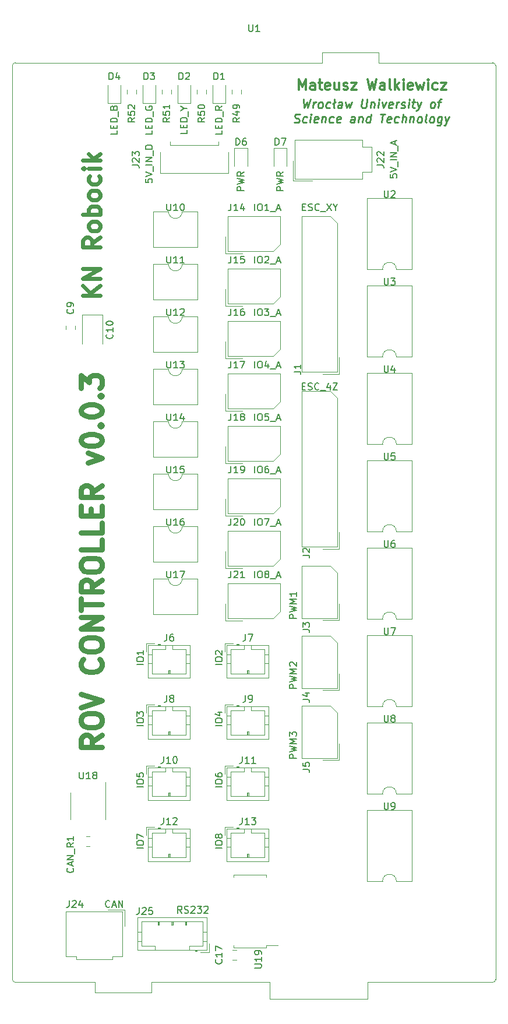
<source format=gbr>
G04 #@! TF.GenerationSoftware,KiCad,Pcbnew,(5.1.5)-3*
G04 #@! TF.CreationDate,2020-02-02T10:17:26+01:00*
G04 #@! TF.ProjectId,shield,73686965-6c64-42e6-9b69-6361645f7063,rev?*
G04 #@! TF.SameCoordinates,Original*
G04 #@! TF.FileFunction,Legend,Top*
G04 #@! TF.FilePolarity,Positive*
%FSLAX46Y46*%
G04 Gerber Fmt 4.6, Leading zero omitted, Abs format (unit mm)*
G04 Created by KiCad (PCBNEW (5.1.5)-3) date 2020-02-02 10:17:26*
%MOMM*%
%LPD*%
G04 APERTURE LIST*
%ADD10C,0.625000*%
%ADD11C,0.375000*%
%ADD12C,0.250000*%
%ADD13C,0.750000*%
%ADD14C,0.120000*%
%ADD15C,0.150000*%
G04 APERTURE END LIST*
D10*
X52565952Y-73103095D02*
X50065952Y-73103095D01*
X52565952Y-71674523D02*
X51137380Y-72745952D01*
X50065952Y-71674523D02*
X51494523Y-73103095D01*
X52565952Y-70603095D02*
X50065952Y-70603095D01*
X52565952Y-69174523D01*
X50065952Y-69174523D01*
X52565952Y-64650714D02*
X51375476Y-65484047D01*
X52565952Y-66079285D02*
X50065952Y-66079285D01*
X50065952Y-65126904D01*
X50185000Y-64888809D01*
X50304047Y-64769761D01*
X50542142Y-64650714D01*
X50899285Y-64650714D01*
X51137380Y-64769761D01*
X51256428Y-64888809D01*
X51375476Y-65126904D01*
X51375476Y-66079285D01*
X52565952Y-63222142D02*
X52446904Y-63460238D01*
X52327857Y-63579285D01*
X52089761Y-63698333D01*
X51375476Y-63698333D01*
X51137380Y-63579285D01*
X51018333Y-63460238D01*
X50899285Y-63222142D01*
X50899285Y-62865000D01*
X51018333Y-62626904D01*
X51137380Y-62507857D01*
X51375476Y-62388809D01*
X52089761Y-62388809D01*
X52327857Y-62507857D01*
X52446904Y-62626904D01*
X52565952Y-62865000D01*
X52565952Y-63222142D01*
X52565952Y-61317380D02*
X50065952Y-61317380D01*
X51018333Y-61317380D02*
X50899285Y-61079285D01*
X50899285Y-60603095D01*
X51018333Y-60365000D01*
X51137380Y-60245952D01*
X51375476Y-60126904D01*
X52089761Y-60126904D01*
X52327857Y-60245952D01*
X52446904Y-60365000D01*
X52565952Y-60603095D01*
X52565952Y-61079285D01*
X52446904Y-61317380D01*
X52565952Y-58698333D02*
X52446904Y-58936428D01*
X52327857Y-59055476D01*
X52089761Y-59174523D01*
X51375476Y-59174523D01*
X51137380Y-59055476D01*
X51018333Y-58936428D01*
X50899285Y-58698333D01*
X50899285Y-58341190D01*
X51018333Y-58103095D01*
X51137380Y-57984047D01*
X51375476Y-57865000D01*
X52089761Y-57865000D01*
X52327857Y-57984047D01*
X52446904Y-58103095D01*
X52565952Y-58341190D01*
X52565952Y-58698333D01*
X52446904Y-55722142D02*
X52565952Y-55960238D01*
X52565952Y-56436428D01*
X52446904Y-56674523D01*
X52327857Y-56793571D01*
X52089761Y-56912619D01*
X51375476Y-56912619D01*
X51137380Y-56793571D01*
X51018333Y-56674523D01*
X50899285Y-56436428D01*
X50899285Y-55960238D01*
X51018333Y-55722142D01*
X52565952Y-54650714D02*
X50899285Y-54650714D01*
X50065952Y-54650714D02*
X50185000Y-54769761D01*
X50304047Y-54650714D01*
X50185000Y-54531666D01*
X50065952Y-54650714D01*
X50304047Y-54650714D01*
X52565952Y-53460238D02*
X50065952Y-53460238D01*
X51613571Y-53222142D02*
X52565952Y-52507857D01*
X50899285Y-52507857D02*
X51851666Y-53460238D01*
D11*
X81432142Y-43223571D02*
X81432142Y-41723571D01*
X81932142Y-42795000D01*
X82432142Y-41723571D01*
X82432142Y-43223571D01*
X83789285Y-43223571D02*
X83789285Y-42437857D01*
X83717857Y-42295000D01*
X83575000Y-42223571D01*
X83289285Y-42223571D01*
X83146428Y-42295000D01*
X83789285Y-43152142D02*
X83646428Y-43223571D01*
X83289285Y-43223571D01*
X83146428Y-43152142D01*
X83075000Y-43009285D01*
X83075000Y-42866428D01*
X83146428Y-42723571D01*
X83289285Y-42652142D01*
X83646428Y-42652142D01*
X83789285Y-42580714D01*
X84289285Y-42223571D02*
X84860714Y-42223571D01*
X84503571Y-41723571D02*
X84503571Y-43009285D01*
X84575000Y-43152142D01*
X84717857Y-43223571D01*
X84860714Y-43223571D01*
X85932142Y-43152142D02*
X85789285Y-43223571D01*
X85503571Y-43223571D01*
X85360714Y-43152142D01*
X85289285Y-43009285D01*
X85289285Y-42437857D01*
X85360714Y-42295000D01*
X85503571Y-42223571D01*
X85789285Y-42223571D01*
X85932142Y-42295000D01*
X86003571Y-42437857D01*
X86003571Y-42580714D01*
X85289285Y-42723571D01*
X87289285Y-42223571D02*
X87289285Y-43223571D01*
X86646428Y-42223571D02*
X86646428Y-43009285D01*
X86717857Y-43152142D01*
X86860714Y-43223571D01*
X87075000Y-43223571D01*
X87217857Y-43152142D01*
X87289285Y-43080714D01*
X87932142Y-43152142D02*
X88075000Y-43223571D01*
X88360714Y-43223571D01*
X88503571Y-43152142D01*
X88575000Y-43009285D01*
X88575000Y-42937857D01*
X88503571Y-42795000D01*
X88360714Y-42723571D01*
X88146428Y-42723571D01*
X88003571Y-42652142D01*
X87932142Y-42509285D01*
X87932142Y-42437857D01*
X88003571Y-42295000D01*
X88146428Y-42223571D01*
X88360714Y-42223571D01*
X88503571Y-42295000D01*
X89075000Y-42223571D02*
X89860714Y-42223571D01*
X89075000Y-43223571D01*
X89860714Y-43223571D01*
X91432142Y-41723571D02*
X91789285Y-43223571D01*
X92075000Y-42152142D01*
X92360714Y-43223571D01*
X92717857Y-41723571D01*
X93932142Y-43223571D02*
X93932142Y-42437857D01*
X93860714Y-42295000D01*
X93717857Y-42223571D01*
X93432142Y-42223571D01*
X93289285Y-42295000D01*
X93932142Y-43152142D02*
X93789285Y-43223571D01*
X93432142Y-43223571D01*
X93289285Y-43152142D01*
X93217857Y-43009285D01*
X93217857Y-42866428D01*
X93289285Y-42723571D01*
X93432142Y-42652142D01*
X93789285Y-42652142D01*
X93932142Y-42580714D01*
X94860714Y-43223571D02*
X94717857Y-43152142D01*
X94646428Y-43009285D01*
X94646428Y-41723571D01*
X95432142Y-43223571D02*
X95432142Y-41723571D01*
X95575000Y-42652142D02*
X96003571Y-43223571D01*
X96003571Y-42223571D02*
X95432142Y-42795000D01*
X96646428Y-43223571D02*
X96646428Y-42223571D01*
X96646428Y-41723571D02*
X96575000Y-41795000D01*
X96646428Y-41866428D01*
X96717857Y-41795000D01*
X96646428Y-41723571D01*
X96646428Y-41866428D01*
X97932142Y-43152142D02*
X97789285Y-43223571D01*
X97503571Y-43223571D01*
X97360714Y-43152142D01*
X97289285Y-43009285D01*
X97289285Y-42437857D01*
X97360714Y-42295000D01*
X97503571Y-42223571D01*
X97789285Y-42223571D01*
X97932142Y-42295000D01*
X98003571Y-42437857D01*
X98003571Y-42580714D01*
X97289285Y-42723571D01*
X98503571Y-42223571D02*
X98789285Y-43223571D01*
X99075000Y-42509285D01*
X99360714Y-43223571D01*
X99646428Y-42223571D01*
X100217857Y-43223571D02*
X100217857Y-42223571D01*
X100217857Y-41723571D02*
X100146428Y-41795000D01*
X100217857Y-41866428D01*
X100289285Y-41795000D01*
X100217857Y-41723571D01*
X100217857Y-41866428D01*
X101575000Y-43152142D02*
X101432142Y-43223571D01*
X101146428Y-43223571D01*
X101003571Y-43152142D01*
X100932142Y-43080714D01*
X100860714Y-42937857D01*
X100860714Y-42509285D01*
X100932142Y-42366428D01*
X101003571Y-42295000D01*
X101146428Y-42223571D01*
X101432142Y-42223571D01*
X101575000Y-42295000D01*
X102075000Y-42223571D02*
X102860714Y-42223571D01*
X102075000Y-43223571D01*
X102860714Y-43223571D01*
D12*
X82101190Y-44607976D02*
X82242559Y-45857976D01*
X82592261Y-44965119D01*
X82718750Y-45857976D01*
X83172619Y-44607976D01*
X83492559Y-45857976D02*
X83596726Y-45024642D01*
X83566964Y-45262738D02*
X83641369Y-45143690D01*
X83708333Y-45084166D01*
X83834821Y-45024642D01*
X83953869Y-45024642D01*
X84444940Y-45857976D02*
X84333333Y-45798452D01*
X84281250Y-45738928D01*
X84236607Y-45619880D01*
X84281249Y-45262738D01*
X84355654Y-45143690D01*
X84422619Y-45084166D01*
X84549107Y-45024642D01*
X84727678Y-45024642D01*
X84839285Y-45084166D01*
X84891369Y-45143690D01*
X84936011Y-45262738D01*
X84891369Y-45619880D01*
X84816964Y-45738928D01*
X84750000Y-45798452D01*
X84623511Y-45857976D01*
X84444940Y-45857976D01*
X85940476Y-45798452D02*
X85813988Y-45857976D01*
X85575892Y-45857976D01*
X85464285Y-45798452D01*
X85412202Y-45738928D01*
X85367559Y-45619880D01*
X85412202Y-45262738D01*
X85486607Y-45143690D01*
X85553571Y-45084166D01*
X85680059Y-45024642D01*
X85918154Y-45024642D01*
X86029761Y-45084166D01*
X86647321Y-45857976D02*
X86535714Y-45798452D01*
X86491071Y-45679404D01*
X86624999Y-44607976D01*
X86364583Y-45262738D02*
X86751488Y-45024642D01*
X87659226Y-45857976D02*
X87741071Y-45203214D01*
X87696428Y-45084166D01*
X87584821Y-45024642D01*
X87346726Y-45024642D01*
X87220238Y-45084166D01*
X87666666Y-45798452D02*
X87540178Y-45857976D01*
X87242559Y-45857976D01*
X87130952Y-45798452D01*
X87086309Y-45679404D01*
X87101190Y-45560357D01*
X87175595Y-45441309D01*
X87302083Y-45381785D01*
X87599702Y-45381785D01*
X87726190Y-45322261D01*
X88239583Y-45024642D02*
X88373511Y-45857976D01*
X88686011Y-45262738D01*
X88849702Y-45857976D01*
X89191964Y-45024642D01*
X90672619Y-44607976D02*
X90546130Y-45619880D01*
X90590773Y-45738928D01*
X90642857Y-45798452D01*
X90754464Y-45857976D01*
X90992559Y-45857976D01*
X91119047Y-45798452D01*
X91186011Y-45738928D01*
X91260416Y-45619880D01*
X91386904Y-44607976D01*
X91930059Y-45024642D02*
X91825892Y-45857976D01*
X91915178Y-45143690D02*
X91982142Y-45084166D01*
X92108630Y-45024642D01*
X92287202Y-45024642D01*
X92398809Y-45084166D01*
X92443452Y-45203214D01*
X92361607Y-45857976D01*
X92956845Y-45857976D02*
X93061011Y-45024642D01*
X93113095Y-44607976D02*
X93046130Y-44667500D01*
X93098214Y-44727023D01*
X93165178Y-44667500D01*
X93113095Y-44607976D01*
X93098214Y-44727023D01*
X93537202Y-45024642D02*
X93730654Y-45857976D01*
X94132440Y-45024642D01*
X94988095Y-45798452D02*
X94861607Y-45857976D01*
X94623511Y-45857976D01*
X94511904Y-45798452D01*
X94467261Y-45679404D01*
X94526785Y-45203214D01*
X94601190Y-45084166D01*
X94727678Y-45024642D01*
X94965773Y-45024642D01*
X95077380Y-45084166D01*
X95122023Y-45203214D01*
X95107142Y-45322261D01*
X94497023Y-45441309D01*
X95575892Y-45857976D02*
X95680059Y-45024642D01*
X95650297Y-45262738D02*
X95724702Y-45143690D01*
X95791666Y-45084166D01*
X95918154Y-45024642D01*
X96037202Y-45024642D01*
X96297619Y-45798452D02*
X96409226Y-45857976D01*
X96647321Y-45857976D01*
X96773809Y-45798452D01*
X96848214Y-45679404D01*
X96855654Y-45619880D01*
X96811011Y-45500833D01*
X96699404Y-45441309D01*
X96520833Y-45441309D01*
X96409226Y-45381785D01*
X96364583Y-45262738D01*
X96372023Y-45203214D01*
X96446428Y-45084166D01*
X96572916Y-45024642D01*
X96751488Y-45024642D01*
X96863095Y-45084166D01*
X97361607Y-45857976D02*
X97465773Y-45024642D01*
X97517857Y-44607976D02*
X97450892Y-44667500D01*
X97502976Y-44727023D01*
X97569940Y-44667500D01*
X97517857Y-44607976D01*
X97502976Y-44727023D01*
X97882440Y-45024642D02*
X98358630Y-45024642D01*
X98113095Y-44607976D02*
X97979166Y-45679404D01*
X98023809Y-45798452D01*
X98135416Y-45857976D01*
X98254464Y-45857976D01*
X98656249Y-45024642D02*
X98849702Y-45857976D01*
X99251488Y-45024642D02*
X98849702Y-45857976D01*
X98693452Y-46155595D01*
X98626488Y-46215119D01*
X98499999Y-46274642D01*
X100754464Y-45857976D02*
X100642857Y-45798452D01*
X100590773Y-45738928D01*
X100546130Y-45619880D01*
X100590773Y-45262738D01*
X100665178Y-45143690D01*
X100732142Y-45084166D01*
X100858630Y-45024642D01*
X101037202Y-45024642D01*
X101148809Y-45084166D01*
X101200892Y-45143690D01*
X101245535Y-45262738D01*
X101200892Y-45619880D01*
X101126488Y-45738928D01*
X101059523Y-45798452D01*
X100933035Y-45857976D01*
X100754464Y-45857976D01*
X101632440Y-45024642D02*
X102108630Y-45024642D01*
X101706845Y-45857976D02*
X101840773Y-44786547D01*
X101915178Y-44667500D01*
X102041666Y-44607976D01*
X102160714Y-44607976D01*
X80761904Y-47923452D02*
X80933035Y-47982976D01*
X81230654Y-47982976D01*
X81357142Y-47923452D01*
X81424107Y-47863928D01*
X81498511Y-47744880D01*
X81513392Y-47625833D01*
X81468750Y-47506785D01*
X81416666Y-47447261D01*
X81305059Y-47387738D01*
X81074404Y-47328214D01*
X80962797Y-47268690D01*
X80910714Y-47209166D01*
X80866071Y-47090119D01*
X80880952Y-46971071D01*
X80955357Y-46852023D01*
X81022321Y-46792500D01*
X81148809Y-46732976D01*
X81446428Y-46732976D01*
X81617559Y-46792500D01*
X82547619Y-47923452D02*
X82421130Y-47982976D01*
X82183035Y-47982976D01*
X82071428Y-47923452D01*
X82019345Y-47863928D01*
X81974702Y-47744880D01*
X82019345Y-47387738D01*
X82093750Y-47268690D01*
X82160714Y-47209166D01*
X82287202Y-47149642D01*
X82525297Y-47149642D01*
X82636904Y-47209166D01*
X83075892Y-47982976D02*
X83180059Y-47149642D01*
X83232142Y-46732976D02*
X83165178Y-46792500D01*
X83217261Y-46852023D01*
X83284226Y-46792500D01*
X83232142Y-46732976D01*
X83217261Y-46852023D01*
X84154761Y-47923452D02*
X84028273Y-47982976D01*
X83790178Y-47982976D01*
X83678571Y-47923452D01*
X83633928Y-47804404D01*
X83693452Y-47328214D01*
X83767857Y-47209166D01*
X83894345Y-47149642D01*
X84132440Y-47149642D01*
X84244047Y-47209166D01*
X84288690Y-47328214D01*
X84273809Y-47447261D01*
X83663690Y-47566309D01*
X84846726Y-47149642D02*
X84742559Y-47982976D01*
X84831845Y-47268690D02*
X84898809Y-47209166D01*
X85025297Y-47149642D01*
X85203869Y-47149642D01*
X85315476Y-47209166D01*
X85360119Y-47328214D01*
X85278273Y-47982976D01*
X86416666Y-47923452D02*
X86290178Y-47982976D01*
X86052083Y-47982976D01*
X85940476Y-47923452D01*
X85888392Y-47863928D01*
X85843750Y-47744880D01*
X85888392Y-47387738D01*
X85962797Y-47268690D01*
X86029761Y-47209166D01*
X86156250Y-47149642D01*
X86394345Y-47149642D01*
X86505952Y-47209166D01*
X87428571Y-47923452D02*
X87302083Y-47982976D01*
X87063988Y-47982976D01*
X86952380Y-47923452D01*
X86907738Y-47804404D01*
X86967261Y-47328214D01*
X87041666Y-47209166D01*
X87168154Y-47149642D01*
X87406250Y-47149642D01*
X87517857Y-47209166D01*
X87562500Y-47328214D01*
X87547619Y-47447261D01*
X86937500Y-47566309D01*
X89504464Y-47982976D02*
X89586309Y-47328214D01*
X89541666Y-47209166D01*
X89430059Y-47149642D01*
X89191964Y-47149642D01*
X89065476Y-47209166D01*
X89511904Y-47923452D02*
X89385416Y-47982976D01*
X89087797Y-47982976D01*
X88976190Y-47923452D01*
X88931547Y-47804404D01*
X88946428Y-47685357D01*
X89020833Y-47566309D01*
X89147321Y-47506785D01*
X89444940Y-47506785D01*
X89571428Y-47447261D01*
X90203869Y-47149642D02*
X90099702Y-47982976D01*
X90188988Y-47268690D02*
X90255952Y-47209166D01*
X90382440Y-47149642D01*
X90561011Y-47149642D01*
X90672619Y-47209166D01*
X90717261Y-47328214D01*
X90635416Y-47982976D01*
X91766369Y-47982976D02*
X91922619Y-46732976D01*
X91773809Y-47923452D02*
X91647321Y-47982976D01*
X91409226Y-47982976D01*
X91297619Y-47923452D01*
X91245535Y-47863928D01*
X91200892Y-47744880D01*
X91245535Y-47387738D01*
X91319940Y-47268690D01*
X91386904Y-47209166D01*
X91513392Y-47149642D01*
X91751488Y-47149642D01*
X91863095Y-47209166D01*
X93291666Y-46732976D02*
X94005952Y-46732976D01*
X93492559Y-47982976D02*
X93648809Y-46732976D01*
X94750000Y-47923452D02*
X94623511Y-47982976D01*
X94385416Y-47982976D01*
X94273809Y-47923452D01*
X94229166Y-47804404D01*
X94288690Y-47328214D01*
X94363095Y-47209166D01*
X94489583Y-47149642D01*
X94727678Y-47149642D01*
X94839285Y-47209166D01*
X94883928Y-47328214D01*
X94869047Y-47447261D01*
X94258928Y-47566309D01*
X95880952Y-47923452D02*
X95754464Y-47982976D01*
X95516369Y-47982976D01*
X95404761Y-47923452D01*
X95352678Y-47863928D01*
X95308035Y-47744880D01*
X95352678Y-47387738D01*
X95427083Y-47268690D01*
X95494047Y-47209166D01*
X95620535Y-47149642D01*
X95858630Y-47149642D01*
X95970238Y-47209166D01*
X96409226Y-47982976D02*
X96565476Y-46732976D01*
X96944940Y-47982976D02*
X97026785Y-47328214D01*
X96982142Y-47209166D01*
X96870535Y-47149642D01*
X96691964Y-47149642D01*
X96565476Y-47209166D01*
X96498511Y-47268690D01*
X97644345Y-47149642D02*
X97540178Y-47982976D01*
X97629464Y-47268690D02*
X97696428Y-47209166D01*
X97822916Y-47149642D01*
X98001488Y-47149642D01*
X98113095Y-47209166D01*
X98157738Y-47328214D01*
X98075892Y-47982976D01*
X98849702Y-47982976D02*
X98738095Y-47923452D01*
X98686011Y-47863928D01*
X98641369Y-47744880D01*
X98686011Y-47387738D01*
X98760416Y-47268690D01*
X98827380Y-47209166D01*
X98953869Y-47149642D01*
X99132440Y-47149642D01*
X99244047Y-47209166D01*
X99296130Y-47268690D01*
X99340773Y-47387738D01*
X99296130Y-47744880D01*
X99221726Y-47863928D01*
X99154761Y-47923452D01*
X99028273Y-47982976D01*
X98849702Y-47982976D01*
X99980654Y-47982976D02*
X99869047Y-47923452D01*
X99824404Y-47804404D01*
X99958333Y-46732976D01*
X100635416Y-47982976D02*
X100523809Y-47923452D01*
X100471726Y-47863928D01*
X100427083Y-47744880D01*
X100471726Y-47387738D01*
X100546130Y-47268690D01*
X100613095Y-47209166D01*
X100739583Y-47149642D01*
X100918154Y-47149642D01*
X101029761Y-47209166D01*
X101081845Y-47268690D01*
X101126488Y-47387738D01*
X101081845Y-47744880D01*
X101007440Y-47863928D01*
X100940476Y-47923452D01*
X100813988Y-47982976D01*
X100635416Y-47982976D01*
X102227678Y-47149642D02*
X102101190Y-48161547D01*
X102026785Y-48280595D01*
X101959821Y-48340119D01*
X101833333Y-48399642D01*
X101654761Y-48399642D01*
X101543154Y-48340119D01*
X102130952Y-47923452D02*
X102004464Y-47982976D01*
X101766369Y-47982976D01*
X101654761Y-47923452D01*
X101602678Y-47863928D01*
X101558035Y-47744880D01*
X101602678Y-47387738D01*
X101677083Y-47268690D01*
X101744047Y-47209166D01*
X101870535Y-47149642D01*
X102108630Y-47149642D01*
X102220238Y-47209166D01*
X102703869Y-47149642D02*
X102897321Y-47982976D01*
X103299107Y-47149642D02*
X102897321Y-47982976D01*
X102741071Y-48280595D01*
X102674107Y-48340119D01*
X102547619Y-48399642D01*
D13*
X52792142Y-136974285D02*
X51363571Y-137974285D01*
X52792142Y-138688571D02*
X49792142Y-138688571D01*
X49792142Y-137545714D01*
X49935000Y-137260000D01*
X50077857Y-137117142D01*
X50363571Y-136974285D01*
X50792142Y-136974285D01*
X51077857Y-137117142D01*
X51220714Y-137260000D01*
X51363571Y-137545714D01*
X51363571Y-138688571D01*
X49792142Y-135117142D02*
X49792142Y-134545714D01*
X49935000Y-134260000D01*
X50220714Y-133974285D01*
X50792142Y-133831428D01*
X51792142Y-133831428D01*
X52363571Y-133974285D01*
X52649285Y-134260000D01*
X52792142Y-134545714D01*
X52792142Y-135117142D01*
X52649285Y-135402857D01*
X52363571Y-135688571D01*
X51792142Y-135831428D01*
X50792142Y-135831428D01*
X50220714Y-135688571D01*
X49935000Y-135402857D01*
X49792142Y-135117142D01*
X49792142Y-132974285D02*
X52792142Y-131974285D01*
X49792142Y-130974285D01*
X52506428Y-125974285D02*
X52649285Y-126117142D01*
X52792142Y-126545714D01*
X52792142Y-126831428D01*
X52649285Y-127260000D01*
X52363571Y-127545714D01*
X52077857Y-127688571D01*
X51506428Y-127831428D01*
X51077857Y-127831428D01*
X50506428Y-127688571D01*
X50220714Y-127545714D01*
X49935000Y-127260000D01*
X49792142Y-126831428D01*
X49792142Y-126545714D01*
X49935000Y-126117142D01*
X50077857Y-125974285D01*
X49792142Y-124117142D02*
X49792142Y-123545714D01*
X49935000Y-123260000D01*
X50220714Y-122974285D01*
X50792142Y-122831428D01*
X51792142Y-122831428D01*
X52363571Y-122974285D01*
X52649285Y-123260000D01*
X52792142Y-123545714D01*
X52792142Y-124117142D01*
X52649285Y-124402857D01*
X52363571Y-124688571D01*
X51792142Y-124831428D01*
X50792142Y-124831428D01*
X50220714Y-124688571D01*
X49935000Y-124402857D01*
X49792142Y-124117142D01*
X52792142Y-121545714D02*
X49792142Y-121545714D01*
X52792142Y-119831428D01*
X49792142Y-119831428D01*
X49792142Y-118831428D02*
X49792142Y-117117142D01*
X52792142Y-117974285D02*
X49792142Y-117974285D01*
X52792142Y-114402857D02*
X51363571Y-115402857D01*
X52792142Y-116117142D02*
X49792142Y-116117142D01*
X49792142Y-114974285D01*
X49935000Y-114688571D01*
X50077857Y-114545714D01*
X50363571Y-114402857D01*
X50792142Y-114402857D01*
X51077857Y-114545714D01*
X51220714Y-114688571D01*
X51363571Y-114974285D01*
X51363571Y-116117142D01*
X49792142Y-112545714D02*
X49792142Y-111974285D01*
X49935000Y-111688571D01*
X50220714Y-111402857D01*
X50792142Y-111260000D01*
X51792142Y-111260000D01*
X52363571Y-111402857D01*
X52649285Y-111688571D01*
X52792142Y-111974285D01*
X52792142Y-112545714D01*
X52649285Y-112831428D01*
X52363571Y-113117142D01*
X51792142Y-113260000D01*
X50792142Y-113260000D01*
X50220714Y-113117142D01*
X49935000Y-112831428D01*
X49792142Y-112545714D01*
X52792142Y-108545714D02*
X52792142Y-109974285D01*
X49792142Y-109974285D01*
X52792142Y-106117142D02*
X52792142Y-107545714D01*
X49792142Y-107545714D01*
X51220714Y-105117142D02*
X51220714Y-104117142D01*
X52792142Y-103688571D02*
X52792142Y-105117142D01*
X49792142Y-105117142D01*
X49792142Y-103688571D01*
X52792142Y-100688571D02*
X51363571Y-101688571D01*
X52792142Y-102402857D02*
X49792142Y-102402857D01*
X49792142Y-101260000D01*
X49935000Y-100974285D01*
X50077857Y-100831428D01*
X50363571Y-100688571D01*
X50792142Y-100688571D01*
X51077857Y-100831428D01*
X51220714Y-100974285D01*
X51363571Y-101260000D01*
X51363571Y-102402857D01*
X50792142Y-97402857D02*
X52792142Y-96688571D01*
X50792142Y-95974285D01*
X49792142Y-94260000D02*
X49792142Y-93974285D01*
X49935000Y-93688571D01*
X50077857Y-93545714D01*
X50363571Y-93402857D01*
X50935000Y-93260000D01*
X51649285Y-93260000D01*
X52220714Y-93402857D01*
X52506428Y-93545714D01*
X52649285Y-93688571D01*
X52792142Y-93974285D01*
X52792142Y-94260000D01*
X52649285Y-94545714D01*
X52506428Y-94688571D01*
X52220714Y-94831428D01*
X51649285Y-94974285D01*
X50935000Y-94974285D01*
X50363571Y-94831428D01*
X50077857Y-94688571D01*
X49935000Y-94545714D01*
X49792142Y-94260000D01*
X52506428Y-91974285D02*
X52649285Y-91831428D01*
X52792142Y-91974285D01*
X52649285Y-92117142D01*
X52506428Y-91974285D01*
X52792142Y-91974285D01*
X49792142Y-89974285D02*
X49792142Y-89688571D01*
X49935000Y-89402857D01*
X50077857Y-89260000D01*
X50363571Y-89117142D01*
X50935000Y-88974285D01*
X51649285Y-88974285D01*
X52220714Y-89117142D01*
X52506428Y-89260000D01*
X52649285Y-89402857D01*
X52792142Y-89688571D01*
X52792142Y-89974285D01*
X52649285Y-90260000D01*
X52506428Y-90402857D01*
X52220714Y-90545714D01*
X51649285Y-90688571D01*
X50935000Y-90688571D01*
X50363571Y-90545714D01*
X50077857Y-90402857D01*
X49935000Y-90260000D01*
X49792142Y-89974285D01*
X52506428Y-87688571D02*
X52649285Y-87545714D01*
X52792142Y-87688571D01*
X52649285Y-87831428D01*
X52506428Y-87688571D01*
X52792142Y-87688571D01*
X49792142Y-86545714D02*
X49792142Y-84688571D01*
X50935000Y-85688571D01*
X50935000Y-85260000D01*
X51077857Y-84974285D01*
X51220714Y-84831428D01*
X51506428Y-84688571D01*
X52220714Y-84688571D01*
X52506428Y-84831428D01*
X52649285Y-84974285D01*
X52792142Y-85260000D01*
X52792142Y-86117142D01*
X52649285Y-86402857D01*
X52506428Y-86545714D01*
D14*
X109630000Y-172880000D02*
G75*
G03X110030000Y-172480000I0J400000D01*
G01*
X39830000Y-172480000D02*
G75*
G03X40230000Y-172880000I400000J0D01*
G01*
X40230000Y-39280000D02*
G75*
G03X39830000Y-39680000I0J-400000D01*
G01*
X110030000Y-39680000D02*
G75*
G03X109630000Y-39280000I-400000J0D01*
G01*
X93040000Y-39280000D02*
X109630000Y-39280000D01*
X93040000Y-37770000D02*
X93040000Y-39280000D01*
X84820000Y-37770000D02*
X93040000Y-37770000D01*
X84820000Y-39280000D02*
X84820000Y-37770000D01*
X60040000Y-174390000D02*
X60040000Y-172870000D01*
X51820000Y-174390000D02*
X60040000Y-174390000D01*
X51820000Y-172880000D02*
X51820000Y-174390000D01*
X77220000Y-172880000D02*
X60040000Y-172870000D01*
X51820000Y-172880000D02*
X40230000Y-172880000D01*
X77220000Y-175330000D02*
X77220000Y-172880000D01*
X91440000Y-175330000D02*
X77220000Y-175330000D01*
X91440000Y-172880000D02*
X91440000Y-175330000D01*
X39830000Y-39680000D02*
X39830000Y-172480000D01*
X84820000Y-39280000D02*
X40230000Y-39280000D01*
X110030000Y-172480000D02*
X110030000Y-39680000D01*
X91440000Y-172880000D02*
X109630000Y-172880000D01*
X81880000Y-84195000D02*
X87000000Y-84195000D01*
X87000000Y-84195000D02*
X87000000Y-62575000D01*
X87000000Y-62575000D02*
X86000000Y-61575000D01*
X86000000Y-61575000D02*
X81880000Y-61575000D01*
X81880000Y-61575000D02*
X81880000Y-84195000D01*
X84890000Y-84495000D02*
X87300000Y-84495000D01*
X87300000Y-84495000D02*
X87300000Y-82085000D01*
X68400000Y-168480000D02*
X68400000Y-167230000D01*
X67150000Y-168480000D02*
X68400000Y-168480000D01*
X61040000Y-164070000D02*
X61040000Y-164570000D01*
X60940000Y-164570000D02*
X60940000Y-164070000D01*
X61140000Y-164570000D02*
X60940000Y-164570000D01*
X61140000Y-164070000D02*
X61140000Y-164570000D01*
X63040000Y-164070000D02*
X63040000Y-164570000D01*
X62940000Y-164570000D02*
X62940000Y-164070000D01*
X63140000Y-164570000D02*
X62940000Y-164570000D01*
X63140000Y-164070000D02*
X63140000Y-164570000D01*
X65040000Y-164070000D02*
X65040000Y-164570000D01*
X64940000Y-164570000D02*
X64940000Y-164070000D01*
X65140000Y-164570000D02*
X64940000Y-164570000D01*
X65140000Y-164070000D02*
X65140000Y-164570000D01*
X57980000Y-165570000D02*
X58590000Y-165570000D01*
X57980000Y-166870000D02*
X58590000Y-166870000D01*
X68100000Y-165570000D02*
X67490000Y-165570000D01*
X68100000Y-166870000D02*
X67490000Y-166870000D01*
X60540000Y-167570000D02*
X60540000Y-168180000D01*
X58590000Y-167570000D02*
X60540000Y-167570000D01*
X58590000Y-164070000D02*
X58590000Y-167570000D01*
X67490000Y-164070000D02*
X58590000Y-164070000D01*
X67490000Y-167570000D02*
X67490000Y-164070000D01*
X65540000Y-167570000D02*
X67490000Y-167570000D01*
X65540000Y-168180000D02*
X65540000Y-167570000D01*
X66340000Y-168280000D02*
X66640000Y-168280000D01*
X66640000Y-168380000D02*
X66640000Y-168180000D01*
X66340000Y-168380000D02*
X66640000Y-168380000D01*
X66340000Y-168180000D02*
X66340000Y-168380000D01*
X57980000Y-168180000D02*
X68100000Y-168180000D01*
X57980000Y-163460000D02*
X57980000Y-168180000D01*
X68100000Y-163460000D02*
X57980000Y-163460000D01*
X68100000Y-168180000D02*
X68100000Y-163460000D01*
X71828922Y-169620000D02*
X72346078Y-169620000D01*
X71828922Y-168200000D02*
X72346078Y-168200000D01*
X76725000Y-167535000D02*
X78390000Y-167535000D01*
X76725000Y-167815000D02*
X76725000Y-167535000D01*
X74340000Y-167815000D02*
X76725000Y-167815000D01*
X71955000Y-167815000D02*
X71955000Y-167535000D01*
X74340000Y-167815000D02*
X71955000Y-167815000D01*
X76725000Y-157295000D02*
X76725000Y-157575000D01*
X74340000Y-157295000D02*
X76725000Y-157295000D01*
X71955000Y-157295000D02*
X71955000Y-157575000D01*
X74340000Y-157295000D02*
X71955000Y-157295000D01*
X51058578Y-151690000D02*
X50541422Y-151690000D01*
X51058578Y-153110000D02*
X50541422Y-153110000D01*
X53360000Y-147255000D02*
X53360000Y-143805000D01*
X53360000Y-147255000D02*
X53360000Y-149205000D01*
X48240000Y-147255000D02*
X48240000Y-145305000D01*
X48240000Y-147255000D02*
X48240000Y-149205000D01*
X56115000Y-162325000D02*
X53705000Y-162325000D01*
X56115000Y-164735000D02*
X56115000Y-162325000D01*
X47595000Y-162625000D02*
X51705000Y-162625000D01*
X47595000Y-169145000D02*
X47595000Y-162625000D01*
X49095000Y-169145000D02*
X47595000Y-169145000D01*
X49095000Y-169545000D02*
X49095000Y-169145000D01*
X51705000Y-169545000D02*
X49095000Y-169545000D01*
X55815000Y-162625000D02*
X51705000Y-162625000D01*
X55815000Y-169145000D02*
X55815000Y-162625000D01*
X54315000Y-169145000D02*
X55815000Y-169145000D01*
X54315000Y-169545000D02*
X54315000Y-169145000D01*
X51705000Y-169545000D02*
X54315000Y-169545000D01*
X77780000Y-51655000D02*
X77780000Y-54340000D01*
X79700000Y-51655000D02*
X77780000Y-51655000D01*
X79700000Y-54340000D02*
X79700000Y-51655000D01*
X72065000Y-51655000D02*
X72065000Y-54340000D01*
X73985000Y-51655000D02*
X72065000Y-51655000D01*
X73985000Y-54340000D02*
X73985000Y-51655000D01*
X49925000Y-75912500D02*
X49925000Y-80122500D01*
X52945000Y-75912500D02*
X49925000Y-75912500D01*
X52945000Y-80122500D02*
X52945000Y-75912500D01*
X47550000Y-77513922D02*
X47550000Y-78031078D01*
X48970000Y-77513922D02*
X48970000Y-78031078D01*
X57860000Y-43771078D02*
X57860000Y-43253922D01*
X56440000Y-43771078D02*
X56440000Y-43253922D01*
X62940000Y-43771078D02*
X62940000Y-43253922D01*
X61520000Y-43771078D02*
X61520000Y-43253922D01*
X68020000Y-43771078D02*
X68020000Y-43253922D01*
X66600000Y-43771078D02*
X66600000Y-43253922D01*
X73100000Y-43771078D02*
X73100000Y-43253922D01*
X71680000Y-43771078D02*
X71680000Y-43253922D01*
X55570000Y-45197500D02*
X55570000Y-42512500D01*
X53650000Y-45197500D02*
X55570000Y-45197500D01*
X53650000Y-42512500D02*
X53650000Y-45197500D01*
X60650000Y-45197500D02*
X60650000Y-42512500D01*
X58730000Y-45197500D02*
X60650000Y-45197500D01*
X58730000Y-42512500D02*
X58730000Y-45197500D01*
X65730000Y-45197500D02*
X65730000Y-42512500D01*
X63810000Y-45197500D02*
X65730000Y-45197500D01*
X63810000Y-42512500D02*
X63810000Y-45197500D01*
X70810000Y-45197500D02*
X70810000Y-42512500D01*
X68890000Y-45197500D02*
X70810000Y-45197500D01*
X68890000Y-42512500D02*
X68890000Y-45197500D01*
X70800000Y-66980000D02*
X73210000Y-66980000D01*
X70800000Y-64570000D02*
X70800000Y-66980000D01*
X78720000Y-61560000D02*
X71100000Y-61560000D01*
X78720000Y-65680000D02*
X78720000Y-61560000D01*
X77720000Y-66680000D02*
X78720000Y-65680000D01*
X71100000Y-66680000D02*
X77720000Y-66680000D01*
X71100000Y-61560000D02*
X71100000Y-66680000D01*
X87300000Y-140615000D02*
X87300000Y-138205000D01*
X84890000Y-140615000D02*
X87300000Y-140615000D01*
X81880000Y-132695000D02*
X81880000Y-140315000D01*
X86000000Y-132695000D02*
X81880000Y-132695000D01*
X87000000Y-133695000D02*
X86000000Y-132695000D01*
X87000000Y-140315000D02*
X87000000Y-133695000D01*
X81880000Y-140315000D02*
X87000000Y-140315000D01*
X87300000Y-130455000D02*
X87300000Y-128045000D01*
X84890000Y-130455000D02*
X87300000Y-130455000D01*
X81880000Y-122535000D02*
X81880000Y-130155000D01*
X86000000Y-122535000D02*
X81880000Y-122535000D01*
X87000000Y-123535000D02*
X86000000Y-122535000D01*
X87000000Y-130155000D02*
X87000000Y-123535000D01*
X81880000Y-130155000D02*
X87000000Y-130155000D01*
X87300000Y-120295000D02*
X87300000Y-117885000D01*
X84890000Y-120295000D02*
X87300000Y-120295000D01*
X81880000Y-112375000D02*
X81880000Y-119995000D01*
X86000000Y-112375000D02*
X81880000Y-112375000D01*
X87000000Y-113375000D02*
X86000000Y-112375000D01*
X87000000Y-119995000D02*
X87000000Y-113375000D01*
X81880000Y-119995000D02*
X87000000Y-119995000D01*
X69785000Y-50760000D02*
X69765000Y-50760000D01*
X69785000Y-51260000D02*
X69785000Y-50760000D01*
X62755000Y-51260000D02*
X69785000Y-51260000D01*
X62755000Y-50760000D02*
X62755000Y-51260000D01*
X62775000Y-50760000D02*
X62755000Y-50760000D01*
X71205000Y-55350000D02*
X71205000Y-52275000D01*
X61335000Y-55350000D02*
X71205000Y-55350000D01*
X61335000Y-52275000D02*
X61335000Y-55350000D01*
X80585000Y-56390000D02*
X83435000Y-56390000D01*
X80585000Y-53540000D02*
X80585000Y-56390000D01*
X92045000Y-51530000D02*
X92045000Y-53340000D01*
X90645000Y-51530000D02*
X92045000Y-51530000D01*
X90645000Y-50530000D02*
X90645000Y-51530000D01*
X80825000Y-50530000D02*
X90645000Y-50530000D01*
X80825000Y-53340000D02*
X80825000Y-50530000D01*
X92045000Y-55150000D02*
X92045000Y-53340000D01*
X90645000Y-55150000D02*
X92045000Y-55150000D01*
X90645000Y-56150000D02*
X90645000Y-55150000D01*
X80825000Y-56150000D02*
X90645000Y-56150000D01*
X80825000Y-53340000D02*
X80825000Y-56150000D01*
X87300000Y-109895000D02*
X87300000Y-107485000D01*
X84890000Y-109895000D02*
X87300000Y-109895000D01*
X81880000Y-86975000D02*
X81880000Y-109595000D01*
X86000000Y-86975000D02*
X81880000Y-86975000D01*
X87000000Y-87975000D02*
X86000000Y-86975000D01*
X87000000Y-109595000D02*
X87000000Y-87975000D01*
X81880000Y-109595000D02*
X87000000Y-109595000D01*
X66735000Y-114240000D02*
X64500000Y-114240000D01*
X66735000Y-119440000D02*
X66735000Y-114240000D01*
X60265000Y-119440000D02*
X66735000Y-119440000D01*
X60265000Y-114240000D02*
X60265000Y-119440000D01*
X62500000Y-114240000D02*
X60265000Y-114240000D01*
X64500000Y-114240000D02*
G75*
G02X62500000Y-114240000I-1000000J0D01*
G01*
X66735000Y-106620000D02*
X64500000Y-106620000D01*
X66735000Y-111820000D02*
X66735000Y-106620000D01*
X60265000Y-111820000D02*
X66735000Y-111820000D01*
X60265000Y-106620000D02*
X60265000Y-111820000D01*
X62500000Y-106620000D02*
X60265000Y-106620000D01*
X64500000Y-106620000D02*
G75*
G02X62500000Y-106620000I-1000000J0D01*
G01*
X66735000Y-99000000D02*
X64500000Y-99000000D01*
X66735000Y-104200000D02*
X66735000Y-99000000D01*
X60265000Y-104200000D02*
X66735000Y-104200000D01*
X60265000Y-99000000D02*
X60265000Y-104200000D01*
X62500000Y-99000000D02*
X60265000Y-99000000D01*
X64500000Y-99000000D02*
G75*
G02X62500000Y-99000000I-1000000J0D01*
G01*
X66735000Y-91380000D02*
X64500000Y-91380000D01*
X66735000Y-96580000D02*
X66735000Y-91380000D01*
X60265000Y-96580000D02*
X66735000Y-96580000D01*
X60265000Y-91380000D02*
X60265000Y-96580000D01*
X62500000Y-91380000D02*
X60265000Y-91380000D01*
X64500000Y-91380000D02*
G75*
G02X62500000Y-91380000I-1000000J0D01*
G01*
X66735000Y-83760000D02*
X64500000Y-83760000D01*
X66735000Y-88960000D02*
X66735000Y-83760000D01*
X60265000Y-88960000D02*
X66735000Y-88960000D01*
X60265000Y-83760000D02*
X60265000Y-88960000D01*
X62500000Y-83760000D02*
X60265000Y-83760000D01*
X64500000Y-83760000D02*
G75*
G02X62500000Y-83760000I-1000000J0D01*
G01*
X66735000Y-76140000D02*
X64500000Y-76140000D01*
X66735000Y-81340000D02*
X66735000Y-76140000D01*
X60265000Y-81340000D02*
X66735000Y-81340000D01*
X60265000Y-76140000D02*
X60265000Y-81340000D01*
X62500000Y-76140000D02*
X60265000Y-76140000D01*
X64500000Y-76140000D02*
G75*
G02X62500000Y-76140000I-1000000J0D01*
G01*
X66735000Y-68520000D02*
X64500000Y-68520000D01*
X66735000Y-73720000D02*
X66735000Y-68520000D01*
X60265000Y-73720000D02*
X66735000Y-73720000D01*
X60265000Y-68520000D02*
X60265000Y-73720000D01*
X62500000Y-68520000D02*
X60265000Y-68520000D01*
X64500000Y-68520000D02*
G75*
G02X62500000Y-68520000I-1000000J0D01*
G01*
X66735000Y-60900000D02*
X64500000Y-60900000D01*
X66735000Y-66100000D02*
X66735000Y-60900000D01*
X60265000Y-66100000D02*
X66735000Y-66100000D01*
X60265000Y-60900000D02*
X60265000Y-66100000D01*
X62500000Y-60900000D02*
X60265000Y-60900000D01*
X64500000Y-60900000D02*
G75*
G02X62500000Y-60900000I-1000000J0D01*
G01*
X91380000Y-158175000D02*
X93615000Y-158175000D01*
X91380000Y-147895000D02*
X91380000Y-158175000D01*
X97850000Y-147895000D02*
X91380000Y-147895000D01*
X97850000Y-158175000D02*
X97850000Y-147895000D01*
X95615000Y-158175000D02*
X97850000Y-158175000D01*
X93615000Y-158175000D02*
G75*
G02X95615000Y-158175000I1000000J0D01*
G01*
X91380000Y-145475000D02*
X93615000Y-145475000D01*
X91380000Y-135195000D02*
X91380000Y-145475000D01*
X97850000Y-135195000D02*
X91380000Y-135195000D01*
X97850000Y-145475000D02*
X97850000Y-135195000D01*
X95615000Y-145475000D02*
X97850000Y-145475000D01*
X93615000Y-145475000D02*
G75*
G02X95615000Y-145475000I1000000J0D01*
G01*
X91380000Y-132775000D02*
X93615000Y-132775000D01*
X91380000Y-122495000D02*
X91380000Y-132775000D01*
X97850000Y-122495000D02*
X91380000Y-122495000D01*
X97850000Y-132775000D02*
X97850000Y-122495000D01*
X95615000Y-132775000D02*
X97850000Y-132775000D01*
X93615000Y-132775000D02*
G75*
G02X95615000Y-132775000I1000000J0D01*
G01*
X91380000Y-120075000D02*
X93615000Y-120075000D01*
X91380000Y-109795000D02*
X91380000Y-120075000D01*
X97850000Y-109795000D02*
X91380000Y-109795000D01*
X97850000Y-120075000D02*
X97850000Y-109795000D01*
X95615000Y-120075000D02*
X97850000Y-120075000D01*
X93615000Y-120075000D02*
G75*
G02X95615000Y-120075000I1000000J0D01*
G01*
X91380000Y-107375000D02*
X93615000Y-107375000D01*
X91380000Y-97095000D02*
X91380000Y-107375000D01*
X97850000Y-97095000D02*
X91380000Y-97095000D01*
X97850000Y-107375000D02*
X97850000Y-97095000D01*
X95615000Y-107375000D02*
X97850000Y-107375000D01*
X93615000Y-107375000D02*
G75*
G02X95615000Y-107375000I1000000J0D01*
G01*
X91380000Y-94675000D02*
X93615000Y-94675000D01*
X91380000Y-84395000D02*
X91380000Y-94675000D01*
X97850000Y-84395000D02*
X91380000Y-84395000D01*
X97850000Y-94675000D02*
X97850000Y-84395000D01*
X95615000Y-94675000D02*
X97850000Y-94675000D01*
X93615000Y-94675000D02*
G75*
G02X95615000Y-94675000I1000000J0D01*
G01*
X91380000Y-81975000D02*
X93615000Y-81975000D01*
X91380000Y-71695000D02*
X91380000Y-81975000D01*
X97850000Y-71695000D02*
X91380000Y-71695000D01*
X97850000Y-81975000D02*
X97850000Y-71695000D01*
X95615000Y-81975000D02*
X97850000Y-81975000D01*
X93615000Y-81975000D02*
G75*
G02X95615000Y-81975000I1000000J0D01*
G01*
X91380000Y-69275000D02*
X93615000Y-69275000D01*
X91380000Y-58995000D02*
X91380000Y-69275000D01*
X97850000Y-58995000D02*
X91380000Y-58995000D01*
X97850000Y-69275000D02*
X97850000Y-58995000D01*
X95615000Y-69275000D02*
X97850000Y-69275000D01*
X93615000Y-69275000D02*
G75*
G02X95615000Y-69275000I1000000J0D01*
G01*
X70800000Y-120320000D02*
X73210000Y-120320000D01*
X70800000Y-117910000D02*
X70800000Y-120320000D01*
X78720000Y-114900000D02*
X71100000Y-114900000D01*
X78720000Y-119020000D02*
X78720000Y-114900000D01*
X77720000Y-120020000D02*
X78720000Y-119020000D01*
X71100000Y-120020000D02*
X77720000Y-120020000D01*
X71100000Y-114900000D02*
X71100000Y-120020000D01*
X70800000Y-112700000D02*
X73210000Y-112700000D01*
X70800000Y-110290000D02*
X70800000Y-112700000D01*
X78720000Y-107280000D02*
X71100000Y-107280000D01*
X78720000Y-111400000D02*
X78720000Y-107280000D01*
X77720000Y-112400000D02*
X78720000Y-111400000D01*
X71100000Y-112400000D02*
X77720000Y-112400000D01*
X71100000Y-107280000D02*
X71100000Y-112400000D01*
X70800000Y-105080000D02*
X73210000Y-105080000D01*
X70800000Y-102670000D02*
X70800000Y-105080000D01*
X78720000Y-99660000D02*
X71100000Y-99660000D01*
X78720000Y-103780000D02*
X78720000Y-99660000D01*
X77720000Y-104780000D02*
X78720000Y-103780000D01*
X71100000Y-104780000D02*
X77720000Y-104780000D01*
X71100000Y-99660000D02*
X71100000Y-104780000D01*
X70800000Y-97460000D02*
X73210000Y-97460000D01*
X70800000Y-95050000D02*
X70800000Y-97460000D01*
X78720000Y-92040000D02*
X71100000Y-92040000D01*
X78720000Y-96160000D02*
X78720000Y-92040000D01*
X77720000Y-97160000D02*
X78720000Y-96160000D01*
X71100000Y-97160000D02*
X77720000Y-97160000D01*
X71100000Y-92040000D02*
X71100000Y-97160000D01*
X70800000Y-89840000D02*
X73210000Y-89840000D01*
X70800000Y-87430000D02*
X70800000Y-89840000D01*
X78720000Y-84420000D02*
X71100000Y-84420000D01*
X78720000Y-88540000D02*
X78720000Y-84420000D01*
X77720000Y-89540000D02*
X78720000Y-88540000D01*
X71100000Y-89540000D02*
X77720000Y-89540000D01*
X71100000Y-84420000D02*
X71100000Y-89540000D01*
X70800000Y-82220000D02*
X73210000Y-82220000D01*
X70800000Y-79810000D02*
X70800000Y-82220000D01*
X78720000Y-76800000D02*
X71100000Y-76800000D01*
X78720000Y-80920000D02*
X78720000Y-76800000D01*
X77720000Y-81920000D02*
X78720000Y-80920000D01*
X71100000Y-81920000D02*
X77720000Y-81920000D01*
X71100000Y-76800000D02*
X71100000Y-81920000D01*
X70800000Y-74600000D02*
X73210000Y-74600000D01*
X70800000Y-72190000D02*
X70800000Y-74600000D01*
X78720000Y-69180000D02*
X71100000Y-69180000D01*
X78720000Y-73300000D02*
X78720000Y-69180000D01*
X77720000Y-74300000D02*
X78720000Y-73300000D01*
X71100000Y-74300000D02*
X77720000Y-74300000D01*
X71100000Y-69180000D02*
X71100000Y-74300000D01*
X70665000Y-150290000D02*
X70665000Y-151540000D01*
X71915000Y-150290000D02*
X70665000Y-150290000D01*
X74025000Y-154700000D02*
X74025000Y-154200000D01*
X74125000Y-154200000D02*
X74125000Y-154700000D01*
X73925000Y-154200000D02*
X74125000Y-154200000D01*
X73925000Y-154700000D02*
X73925000Y-154200000D01*
X77085000Y-153200000D02*
X76475000Y-153200000D01*
X77085000Y-151900000D02*
X76475000Y-151900000D01*
X70965000Y-153200000D02*
X71575000Y-153200000D01*
X70965000Y-151900000D02*
X71575000Y-151900000D01*
X74525000Y-151200000D02*
X74525000Y-150590000D01*
X76475000Y-151200000D02*
X74525000Y-151200000D01*
X76475000Y-154700000D02*
X76475000Y-151200000D01*
X71575000Y-154700000D02*
X76475000Y-154700000D01*
X71575000Y-151200000D02*
X71575000Y-154700000D01*
X73525000Y-151200000D02*
X71575000Y-151200000D01*
X73525000Y-150590000D02*
X73525000Y-151200000D01*
X72725000Y-150490000D02*
X72425000Y-150490000D01*
X72425000Y-150390000D02*
X72425000Y-150590000D01*
X72725000Y-150390000D02*
X72425000Y-150390000D01*
X72725000Y-150590000D02*
X72725000Y-150390000D01*
X77085000Y-150590000D02*
X70965000Y-150590000D01*
X77085000Y-155310000D02*
X77085000Y-150590000D01*
X70965000Y-155310000D02*
X77085000Y-155310000D01*
X70965000Y-150590000D02*
X70965000Y-155310000D01*
X59235000Y-150290000D02*
X59235000Y-151540000D01*
X60485000Y-150290000D02*
X59235000Y-150290000D01*
X62595000Y-154700000D02*
X62595000Y-154200000D01*
X62695000Y-154200000D02*
X62695000Y-154700000D01*
X62495000Y-154200000D02*
X62695000Y-154200000D01*
X62495000Y-154700000D02*
X62495000Y-154200000D01*
X65655000Y-153200000D02*
X65045000Y-153200000D01*
X65655000Y-151900000D02*
X65045000Y-151900000D01*
X59535000Y-153200000D02*
X60145000Y-153200000D01*
X59535000Y-151900000D02*
X60145000Y-151900000D01*
X63095000Y-151200000D02*
X63095000Y-150590000D01*
X65045000Y-151200000D02*
X63095000Y-151200000D01*
X65045000Y-154700000D02*
X65045000Y-151200000D01*
X60145000Y-154700000D02*
X65045000Y-154700000D01*
X60145000Y-151200000D02*
X60145000Y-154700000D01*
X62095000Y-151200000D02*
X60145000Y-151200000D01*
X62095000Y-150590000D02*
X62095000Y-151200000D01*
X61295000Y-150490000D02*
X60995000Y-150490000D01*
X60995000Y-150390000D02*
X60995000Y-150590000D01*
X61295000Y-150390000D02*
X60995000Y-150390000D01*
X61295000Y-150590000D02*
X61295000Y-150390000D01*
X65655000Y-150590000D02*
X59535000Y-150590000D01*
X65655000Y-155310000D02*
X65655000Y-150590000D01*
X59535000Y-155310000D02*
X65655000Y-155310000D01*
X59535000Y-150590000D02*
X59535000Y-155310000D01*
X70665000Y-141400000D02*
X70665000Y-142650000D01*
X71915000Y-141400000D02*
X70665000Y-141400000D01*
X74025000Y-145810000D02*
X74025000Y-145310000D01*
X74125000Y-145310000D02*
X74125000Y-145810000D01*
X73925000Y-145310000D02*
X74125000Y-145310000D01*
X73925000Y-145810000D02*
X73925000Y-145310000D01*
X77085000Y-144310000D02*
X76475000Y-144310000D01*
X77085000Y-143010000D02*
X76475000Y-143010000D01*
X70965000Y-144310000D02*
X71575000Y-144310000D01*
X70965000Y-143010000D02*
X71575000Y-143010000D01*
X74525000Y-142310000D02*
X74525000Y-141700000D01*
X76475000Y-142310000D02*
X74525000Y-142310000D01*
X76475000Y-145810000D02*
X76475000Y-142310000D01*
X71575000Y-145810000D02*
X76475000Y-145810000D01*
X71575000Y-142310000D02*
X71575000Y-145810000D01*
X73525000Y-142310000D02*
X71575000Y-142310000D01*
X73525000Y-141700000D02*
X73525000Y-142310000D01*
X72725000Y-141600000D02*
X72425000Y-141600000D01*
X72425000Y-141500000D02*
X72425000Y-141700000D01*
X72725000Y-141500000D02*
X72425000Y-141500000D01*
X72725000Y-141700000D02*
X72725000Y-141500000D01*
X77085000Y-141700000D02*
X70965000Y-141700000D01*
X77085000Y-146420000D02*
X77085000Y-141700000D01*
X70965000Y-146420000D02*
X77085000Y-146420000D01*
X70965000Y-141700000D02*
X70965000Y-146420000D01*
X59235000Y-141400000D02*
X59235000Y-142650000D01*
X60485000Y-141400000D02*
X59235000Y-141400000D01*
X62595000Y-145810000D02*
X62595000Y-145310000D01*
X62695000Y-145310000D02*
X62695000Y-145810000D01*
X62495000Y-145310000D02*
X62695000Y-145310000D01*
X62495000Y-145810000D02*
X62495000Y-145310000D01*
X65655000Y-144310000D02*
X65045000Y-144310000D01*
X65655000Y-143010000D02*
X65045000Y-143010000D01*
X59535000Y-144310000D02*
X60145000Y-144310000D01*
X59535000Y-143010000D02*
X60145000Y-143010000D01*
X63095000Y-142310000D02*
X63095000Y-141700000D01*
X65045000Y-142310000D02*
X63095000Y-142310000D01*
X65045000Y-145810000D02*
X65045000Y-142310000D01*
X60145000Y-145810000D02*
X65045000Y-145810000D01*
X60145000Y-142310000D02*
X60145000Y-145810000D01*
X62095000Y-142310000D02*
X60145000Y-142310000D01*
X62095000Y-141700000D02*
X62095000Y-142310000D01*
X61295000Y-141600000D02*
X60995000Y-141600000D01*
X60995000Y-141500000D02*
X60995000Y-141700000D01*
X61295000Y-141500000D02*
X60995000Y-141500000D01*
X61295000Y-141700000D02*
X61295000Y-141500000D01*
X65655000Y-141700000D02*
X59535000Y-141700000D01*
X65655000Y-146420000D02*
X65655000Y-141700000D01*
X59535000Y-146420000D02*
X65655000Y-146420000D01*
X59535000Y-141700000D02*
X59535000Y-146420000D01*
X70665000Y-132510000D02*
X70665000Y-133760000D01*
X71915000Y-132510000D02*
X70665000Y-132510000D01*
X74025000Y-136920000D02*
X74025000Y-136420000D01*
X74125000Y-136420000D02*
X74125000Y-136920000D01*
X73925000Y-136420000D02*
X74125000Y-136420000D01*
X73925000Y-136920000D02*
X73925000Y-136420000D01*
X77085000Y-135420000D02*
X76475000Y-135420000D01*
X77085000Y-134120000D02*
X76475000Y-134120000D01*
X70965000Y-135420000D02*
X71575000Y-135420000D01*
X70965000Y-134120000D02*
X71575000Y-134120000D01*
X74525000Y-133420000D02*
X74525000Y-132810000D01*
X76475000Y-133420000D02*
X74525000Y-133420000D01*
X76475000Y-136920000D02*
X76475000Y-133420000D01*
X71575000Y-136920000D02*
X76475000Y-136920000D01*
X71575000Y-133420000D02*
X71575000Y-136920000D01*
X73525000Y-133420000D02*
X71575000Y-133420000D01*
X73525000Y-132810000D02*
X73525000Y-133420000D01*
X72725000Y-132710000D02*
X72425000Y-132710000D01*
X72425000Y-132610000D02*
X72425000Y-132810000D01*
X72725000Y-132610000D02*
X72425000Y-132610000D01*
X72725000Y-132810000D02*
X72725000Y-132610000D01*
X77085000Y-132810000D02*
X70965000Y-132810000D01*
X77085000Y-137530000D02*
X77085000Y-132810000D01*
X70965000Y-137530000D02*
X77085000Y-137530000D01*
X70965000Y-132810000D02*
X70965000Y-137530000D01*
X59235000Y-132510000D02*
X59235000Y-133760000D01*
X60485000Y-132510000D02*
X59235000Y-132510000D01*
X62595000Y-136920000D02*
X62595000Y-136420000D01*
X62695000Y-136420000D02*
X62695000Y-136920000D01*
X62495000Y-136420000D02*
X62695000Y-136420000D01*
X62495000Y-136920000D02*
X62495000Y-136420000D01*
X65655000Y-135420000D02*
X65045000Y-135420000D01*
X65655000Y-134120000D02*
X65045000Y-134120000D01*
X59535000Y-135420000D02*
X60145000Y-135420000D01*
X59535000Y-134120000D02*
X60145000Y-134120000D01*
X63095000Y-133420000D02*
X63095000Y-132810000D01*
X65045000Y-133420000D02*
X63095000Y-133420000D01*
X65045000Y-136920000D02*
X65045000Y-133420000D01*
X60145000Y-136920000D02*
X65045000Y-136920000D01*
X60145000Y-133420000D02*
X60145000Y-136920000D01*
X62095000Y-133420000D02*
X60145000Y-133420000D01*
X62095000Y-132810000D02*
X62095000Y-133420000D01*
X61295000Y-132710000D02*
X60995000Y-132710000D01*
X60995000Y-132610000D02*
X60995000Y-132810000D01*
X61295000Y-132610000D02*
X60995000Y-132610000D01*
X61295000Y-132810000D02*
X61295000Y-132610000D01*
X65655000Y-132810000D02*
X59535000Y-132810000D01*
X65655000Y-137530000D02*
X65655000Y-132810000D01*
X59535000Y-137530000D02*
X65655000Y-137530000D01*
X59535000Y-132810000D02*
X59535000Y-137530000D01*
X70665000Y-123620000D02*
X70665000Y-124870000D01*
X71915000Y-123620000D02*
X70665000Y-123620000D01*
X74025000Y-128030000D02*
X74025000Y-127530000D01*
X74125000Y-127530000D02*
X74125000Y-128030000D01*
X73925000Y-127530000D02*
X74125000Y-127530000D01*
X73925000Y-128030000D02*
X73925000Y-127530000D01*
X77085000Y-126530000D02*
X76475000Y-126530000D01*
X77085000Y-125230000D02*
X76475000Y-125230000D01*
X70965000Y-126530000D02*
X71575000Y-126530000D01*
X70965000Y-125230000D02*
X71575000Y-125230000D01*
X74525000Y-124530000D02*
X74525000Y-123920000D01*
X76475000Y-124530000D02*
X74525000Y-124530000D01*
X76475000Y-128030000D02*
X76475000Y-124530000D01*
X71575000Y-128030000D02*
X76475000Y-128030000D01*
X71575000Y-124530000D02*
X71575000Y-128030000D01*
X73525000Y-124530000D02*
X71575000Y-124530000D01*
X73525000Y-123920000D02*
X73525000Y-124530000D01*
X72725000Y-123820000D02*
X72425000Y-123820000D01*
X72425000Y-123720000D02*
X72425000Y-123920000D01*
X72725000Y-123720000D02*
X72425000Y-123720000D01*
X72725000Y-123920000D02*
X72725000Y-123720000D01*
X77085000Y-123920000D02*
X70965000Y-123920000D01*
X77085000Y-128640000D02*
X77085000Y-123920000D01*
X70965000Y-128640000D02*
X77085000Y-128640000D01*
X70965000Y-123920000D02*
X70965000Y-128640000D01*
X59235000Y-123620000D02*
X59235000Y-124870000D01*
X60485000Y-123620000D02*
X59235000Y-123620000D01*
X62595000Y-128030000D02*
X62595000Y-127530000D01*
X62695000Y-127530000D02*
X62695000Y-128030000D01*
X62495000Y-127530000D02*
X62695000Y-127530000D01*
X62495000Y-128030000D02*
X62495000Y-127530000D01*
X65655000Y-126530000D02*
X65045000Y-126530000D01*
X65655000Y-125230000D02*
X65045000Y-125230000D01*
X59535000Y-126530000D02*
X60145000Y-126530000D01*
X59535000Y-125230000D02*
X60145000Y-125230000D01*
X63095000Y-124530000D02*
X63095000Y-123920000D01*
X65045000Y-124530000D02*
X63095000Y-124530000D01*
X65045000Y-128030000D02*
X65045000Y-124530000D01*
X60145000Y-128030000D02*
X65045000Y-128030000D01*
X60145000Y-124530000D02*
X60145000Y-128030000D01*
X62095000Y-124530000D02*
X60145000Y-124530000D01*
X62095000Y-123920000D02*
X62095000Y-124530000D01*
X61295000Y-123820000D02*
X60995000Y-123820000D01*
X60995000Y-123720000D02*
X60995000Y-123920000D01*
X61295000Y-123720000D02*
X60995000Y-123720000D01*
X61295000Y-123920000D02*
X61295000Y-123720000D01*
X65655000Y-123920000D02*
X59535000Y-123920000D01*
X65655000Y-128640000D02*
X65655000Y-123920000D01*
X59535000Y-128640000D02*
X65655000Y-128640000D01*
X59535000Y-123920000D02*
X59535000Y-128640000D01*
D15*
X74168095Y-33742380D02*
X74168095Y-34551904D01*
X74215714Y-34647142D01*
X74263333Y-34694761D01*
X74358571Y-34742380D01*
X74549047Y-34742380D01*
X74644285Y-34694761D01*
X74691904Y-34647142D01*
X74739523Y-34551904D01*
X74739523Y-33742380D01*
X75739523Y-34742380D02*
X75168095Y-34742380D01*
X75453809Y-34742380D02*
X75453809Y-33742380D01*
X75358571Y-33885238D01*
X75263333Y-33980476D01*
X75168095Y-34028095D01*
X80732380Y-84153333D02*
X81446666Y-84153333D01*
X81589523Y-84200952D01*
X81684761Y-84296190D01*
X81732380Y-84439047D01*
X81732380Y-84534285D01*
X81732380Y-83153333D02*
X81732380Y-83724761D01*
X81732380Y-83439047D02*
X80732380Y-83439047D01*
X80875238Y-83534285D01*
X80970476Y-83629523D01*
X81018095Y-83724761D01*
X81978809Y-60253571D02*
X82312142Y-60253571D01*
X82455000Y-60777380D02*
X81978809Y-60777380D01*
X81978809Y-59777380D01*
X82455000Y-59777380D01*
X82835952Y-60729761D02*
X82978809Y-60777380D01*
X83216904Y-60777380D01*
X83312142Y-60729761D01*
X83359761Y-60682142D01*
X83407380Y-60586904D01*
X83407380Y-60491666D01*
X83359761Y-60396428D01*
X83312142Y-60348809D01*
X83216904Y-60301190D01*
X83026428Y-60253571D01*
X82931190Y-60205952D01*
X82883571Y-60158333D01*
X82835952Y-60063095D01*
X82835952Y-59967857D01*
X82883571Y-59872619D01*
X82931190Y-59825000D01*
X83026428Y-59777380D01*
X83264523Y-59777380D01*
X83407380Y-59825000D01*
X84407380Y-60682142D02*
X84359761Y-60729761D01*
X84216904Y-60777380D01*
X84121666Y-60777380D01*
X83978809Y-60729761D01*
X83883571Y-60634523D01*
X83835952Y-60539285D01*
X83788333Y-60348809D01*
X83788333Y-60205952D01*
X83835952Y-60015476D01*
X83883571Y-59920238D01*
X83978809Y-59825000D01*
X84121666Y-59777380D01*
X84216904Y-59777380D01*
X84359761Y-59825000D01*
X84407380Y-59872619D01*
X84597857Y-60872619D02*
X85359761Y-60872619D01*
X85502619Y-59777380D02*
X86169285Y-60777380D01*
X86169285Y-59777380D02*
X85502619Y-60777380D01*
X86740714Y-60301190D02*
X86740714Y-60777380D01*
X86407380Y-59777380D02*
X86740714Y-60301190D01*
X87074047Y-59777380D01*
X58245476Y-162012380D02*
X58245476Y-162726666D01*
X58197857Y-162869523D01*
X58102619Y-162964761D01*
X57959761Y-163012380D01*
X57864523Y-163012380D01*
X58674047Y-162107619D02*
X58721666Y-162060000D01*
X58816904Y-162012380D01*
X59055000Y-162012380D01*
X59150238Y-162060000D01*
X59197857Y-162107619D01*
X59245476Y-162202857D01*
X59245476Y-162298095D01*
X59197857Y-162440952D01*
X58626428Y-163012380D01*
X59245476Y-163012380D01*
X60150238Y-162012380D02*
X59674047Y-162012380D01*
X59626428Y-162488571D01*
X59674047Y-162440952D01*
X59769285Y-162393333D01*
X60007380Y-162393333D01*
X60102619Y-162440952D01*
X60150238Y-162488571D01*
X60197857Y-162583809D01*
X60197857Y-162821904D01*
X60150238Y-162917142D01*
X60102619Y-162964761D01*
X60007380Y-163012380D01*
X59769285Y-163012380D01*
X59674047Y-162964761D01*
X59626428Y-162917142D01*
X64444761Y-162822380D02*
X64111428Y-162346190D01*
X63873333Y-162822380D02*
X63873333Y-161822380D01*
X64254285Y-161822380D01*
X64349523Y-161870000D01*
X64397142Y-161917619D01*
X64444761Y-162012857D01*
X64444761Y-162155714D01*
X64397142Y-162250952D01*
X64349523Y-162298571D01*
X64254285Y-162346190D01*
X63873333Y-162346190D01*
X64825714Y-162774761D02*
X64968571Y-162822380D01*
X65206666Y-162822380D01*
X65301904Y-162774761D01*
X65349523Y-162727142D01*
X65397142Y-162631904D01*
X65397142Y-162536666D01*
X65349523Y-162441428D01*
X65301904Y-162393809D01*
X65206666Y-162346190D01*
X65016190Y-162298571D01*
X64920952Y-162250952D01*
X64873333Y-162203333D01*
X64825714Y-162108095D01*
X64825714Y-162012857D01*
X64873333Y-161917619D01*
X64920952Y-161870000D01*
X65016190Y-161822380D01*
X65254285Y-161822380D01*
X65397142Y-161870000D01*
X65778095Y-161917619D02*
X65825714Y-161870000D01*
X65920952Y-161822380D01*
X66159047Y-161822380D01*
X66254285Y-161870000D01*
X66301904Y-161917619D01*
X66349523Y-162012857D01*
X66349523Y-162108095D01*
X66301904Y-162250952D01*
X65730476Y-162822380D01*
X66349523Y-162822380D01*
X66682857Y-161822380D02*
X67301904Y-161822380D01*
X66968571Y-162203333D01*
X67111428Y-162203333D01*
X67206666Y-162250952D01*
X67254285Y-162298571D01*
X67301904Y-162393809D01*
X67301904Y-162631904D01*
X67254285Y-162727142D01*
X67206666Y-162774761D01*
X67111428Y-162822380D01*
X66825714Y-162822380D01*
X66730476Y-162774761D01*
X66682857Y-162727142D01*
X67682857Y-161917619D02*
X67730476Y-161870000D01*
X67825714Y-161822380D01*
X68063809Y-161822380D01*
X68159047Y-161870000D01*
X68206666Y-161917619D01*
X68254285Y-162012857D01*
X68254285Y-162108095D01*
X68206666Y-162250952D01*
X67635238Y-162822380D01*
X68254285Y-162822380D01*
X70207142Y-169552857D02*
X70254761Y-169600476D01*
X70302380Y-169743333D01*
X70302380Y-169838571D01*
X70254761Y-169981428D01*
X70159523Y-170076666D01*
X70064285Y-170124285D01*
X69873809Y-170171904D01*
X69730952Y-170171904D01*
X69540476Y-170124285D01*
X69445238Y-170076666D01*
X69350000Y-169981428D01*
X69302380Y-169838571D01*
X69302380Y-169743333D01*
X69350000Y-169600476D01*
X69397619Y-169552857D01*
X70302380Y-168600476D02*
X70302380Y-169171904D01*
X70302380Y-168886190D02*
X69302380Y-168886190D01*
X69445238Y-168981428D01*
X69540476Y-169076666D01*
X69588095Y-169171904D01*
X69302380Y-168267142D02*
X69302380Y-167600476D01*
X70302380Y-168029047D01*
X75017380Y-170783095D02*
X75826904Y-170783095D01*
X75922142Y-170735476D01*
X75969761Y-170687857D01*
X76017380Y-170592619D01*
X76017380Y-170402142D01*
X75969761Y-170306904D01*
X75922142Y-170259285D01*
X75826904Y-170211666D01*
X75017380Y-170211666D01*
X76017380Y-169211666D02*
X76017380Y-169783095D01*
X76017380Y-169497380D02*
X75017380Y-169497380D01*
X75160238Y-169592619D01*
X75255476Y-169687857D01*
X75303095Y-169783095D01*
X76017380Y-168735476D02*
X76017380Y-168545000D01*
X75969761Y-168449761D01*
X75922142Y-168402142D01*
X75779285Y-168306904D01*
X75588809Y-168259285D01*
X75207857Y-168259285D01*
X75112619Y-168306904D01*
X75065000Y-168354523D01*
X75017380Y-168449761D01*
X75017380Y-168640238D01*
X75065000Y-168735476D01*
X75112619Y-168783095D01*
X75207857Y-168830714D01*
X75445952Y-168830714D01*
X75541190Y-168783095D01*
X75588809Y-168735476D01*
X75636428Y-168640238D01*
X75636428Y-168449761D01*
X75588809Y-168354523D01*
X75541190Y-168306904D01*
X75445952Y-168259285D01*
X48617142Y-156305000D02*
X48664761Y-156352619D01*
X48712380Y-156495476D01*
X48712380Y-156590714D01*
X48664761Y-156733571D01*
X48569523Y-156828809D01*
X48474285Y-156876428D01*
X48283809Y-156924047D01*
X48140952Y-156924047D01*
X47950476Y-156876428D01*
X47855238Y-156828809D01*
X47760000Y-156733571D01*
X47712380Y-156590714D01*
X47712380Y-156495476D01*
X47760000Y-156352619D01*
X47807619Y-156305000D01*
X48426666Y-155924047D02*
X48426666Y-155447857D01*
X48712380Y-156019285D02*
X47712380Y-155685952D01*
X48712380Y-155352619D01*
X48712380Y-155019285D02*
X47712380Y-155019285D01*
X48712380Y-154447857D01*
X47712380Y-154447857D01*
X48807619Y-154209761D02*
X48807619Y-153447857D01*
X48712380Y-152638333D02*
X48236190Y-152971666D01*
X48712380Y-153209761D02*
X47712380Y-153209761D01*
X47712380Y-152828809D01*
X47760000Y-152733571D01*
X47807619Y-152685952D01*
X47902857Y-152638333D01*
X48045714Y-152638333D01*
X48140952Y-152685952D01*
X48188571Y-152733571D01*
X48236190Y-152828809D01*
X48236190Y-153209761D01*
X48712380Y-151685952D02*
X48712380Y-152257380D01*
X48712380Y-151971666D02*
X47712380Y-151971666D01*
X47855238Y-152066904D01*
X47950476Y-152162142D01*
X47998095Y-152257380D01*
X49561904Y-142327380D02*
X49561904Y-143136904D01*
X49609523Y-143232142D01*
X49657142Y-143279761D01*
X49752380Y-143327380D01*
X49942857Y-143327380D01*
X50038095Y-143279761D01*
X50085714Y-143232142D01*
X50133333Y-143136904D01*
X50133333Y-142327380D01*
X51133333Y-143327380D02*
X50561904Y-143327380D01*
X50847619Y-143327380D02*
X50847619Y-142327380D01*
X50752380Y-142470238D01*
X50657142Y-142565476D01*
X50561904Y-142613095D01*
X51704761Y-142755952D02*
X51609523Y-142708333D01*
X51561904Y-142660714D01*
X51514285Y-142565476D01*
X51514285Y-142517857D01*
X51561904Y-142422619D01*
X51609523Y-142375000D01*
X51704761Y-142327380D01*
X51895238Y-142327380D01*
X51990476Y-142375000D01*
X52038095Y-142422619D01*
X52085714Y-142517857D01*
X52085714Y-142565476D01*
X52038095Y-142660714D01*
X51990476Y-142708333D01*
X51895238Y-142755952D01*
X51704761Y-142755952D01*
X51609523Y-142803571D01*
X51561904Y-142851190D01*
X51514285Y-142946428D01*
X51514285Y-143136904D01*
X51561904Y-143232142D01*
X51609523Y-143279761D01*
X51704761Y-143327380D01*
X51895238Y-143327380D01*
X51990476Y-143279761D01*
X52038095Y-143232142D01*
X52085714Y-143136904D01*
X52085714Y-142946428D01*
X52038095Y-142851190D01*
X51990476Y-142803571D01*
X51895238Y-142755952D01*
X48085476Y-160996380D02*
X48085476Y-161710666D01*
X48037857Y-161853523D01*
X47942619Y-161948761D01*
X47799761Y-161996380D01*
X47704523Y-161996380D01*
X48514047Y-161091619D02*
X48561666Y-161044000D01*
X48656904Y-160996380D01*
X48895000Y-160996380D01*
X48990238Y-161044000D01*
X49037857Y-161091619D01*
X49085476Y-161186857D01*
X49085476Y-161282095D01*
X49037857Y-161424952D01*
X48466428Y-161996380D01*
X49085476Y-161996380D01*
X49942619Y-161329714D02*
X49942619Y-161996380D01*
X49704523Y-160948761D02*
X49466428Y-161663047D01*
X50085476Y-161663047D01*
X53967142Y-161892142D02*
X53919523Y-161939761D01*
X53776666Y-161987380D01*
X53681428Y-161987380D01*
X53538571Y-161939761D01*
X53443333Y-161844523D01*
X53395714Y-161749285D01*
X53348095Y-161558809D01*
X53348095Y-161415952D01*
X53395714Y-161225476D01*
X53443333Y-161130238D01*
X53538571Y-161035000D01*
X53681428Y-160987380D01*
X53776666Y-160987380D01*
X53919523Y-161035000D01*
X53967142Y-161082619D01*
X54348095Y-161701666D02*
X54824285Y-161701666D01*
X54252857Y-161987380D02*
X54586190Y-160987380D01*
X54919523Y-161987380D01*
X55252857Y-161987380D02*
X55252857Y-160987380D01*
X55824285Y-161987380D01*
X55824285Y-160987380D01*
X78001904Y-51252380D02*
X78001904Y-50252380D01*
X78240000Y-50252380D01*
X78382857Y-50300000D01*
X78478095Y-50395238D01*
X78525714Y-50490476D01*
X78573333Y-50680952D01*
X78573333Y-50823809D01*
X78525714Y-51014285D01*
X78478095Y-51109523D01*
X78382857Y-51204761D01*
X78240000Y-51252380D01*
X78001904Y-51252380D01*
X78906666Y-50252380D02*
X79573333Y-50252380D01*
X79144761Y-51252380D01*
X79192380Y-57848333D02*
X78192380Y-57848333D01*
X78192380Y-57467380D01*
X78240000Y-57372142D01*
X78287619Y-57324523D01*
X78382857Y-57276904D01*
X78525714Y-57276904D01*
X78620952Y-57324523D01*
X78668571Y-57372142D01*
X78716190Y-57467380D01*
X78716190Y-57848333D01*
X78192380Y-56943571D02*
X79192380Y-56705476D01*
X78478095Y-56515000D01*
X79192380Y-56324523D01*
X78192380Y-56086428D01*
X79192380Y-55134047D02*
X78716190Y-55467380D01*
X79192380Y-55705476D02*
X78192380Y-55705476D01*
X78192380Y-55324523D01*
X78240000Y-55229285D01*
X78287619Y-55181666D01*
X78382857Y-55134047D01*
X78525714Y-55134047D01*
X78620952Y-55181666D01*
X78668571Y-55229285D01*
X78716190Y-55324523D01*
X78716190Y-55705476D01*
X72286904Y-51252380D02*
X72286904Y-50252380D01*
X72525000Y-50252380D01*
X72667857Y-50300000D01*
X72763095Y-50395238D01*
X72810714Y-50490476D01*
X72858333Y-50680952D01*
X72858333Y-50823809D01*
X72810714Y-51014285D01*
X72763095Y-51109523D01*
X72667857Y-51204761D01*
X72525000Y-51252380D01*
X72286904Y-51252380D01*
X73715476Y-50252380D02*
X73525000Y-50252380D01*
X73429761Y-50300000D01*
X73382142Y-50347619D01*
X73286904Y-50490476D01*
X73239285Y-50680952D01*
X73239285Y-51061904D01*
X73286904Y-51157142D01*
X73334523Y-51204761D01*
X73429761Y-51252380D01*
X73620238Y-51252380D01*
X73715476Y-51204761D01*
X73763095Y-51157142D01*
X73810714Y-51061904D01*
X73810714Y-50823809D01*
X73763095Y-50728571D01*
X73715476Y-50680952D01*
X73620238Y-50633333D01*
X73429761Y-50633333D01*
X73334523Y-50680952D01*
X73286904Y-50728571D01*
X73239285Y-50823809D01*
X73477380Y-57848333D02*
X72477380Y-57848333D01*
X72477380Y-57467380D01*
X72525000Y-57372142D01*
X72572619Y-57324523D01*
X72667857Y-57276904D01*
X72810714Y-57276904D01*
X72905952Y-57324523D01*
X72953571Y-57372142D01*
X73001190Y-57467380D01*
X73001190Y-57848333D01*
X72477380Y-56943571D02*
X73477380Y-56705476D01*
X72763095Y-56515000D01*
X73477380Y-56324523D01*
X72477380Y-56086428D01*
X73477380Y-55134047D02*
X73001190Y-55467380D01*
X73477380Y-55705476D02*
X72477380Y-55705476D01*
X72477380Y-55324523D01*
X72525000Y-55229285D01*
X72572619Y-55181666D01*
X72667857Y-55134047D01*
X72810714Y-55134047D01*
X72905952Y-55181666D01*
X72953571Y-55229285D01*
X73001190Y-55324523D01*
X73001190Y-55705476D01*
X54332142Y-78747857D02*
X54379761Y-78795476D01*
X54427380Y-78938333D01*
X54427380Y-79033571D01*
X54379761Y-79176428D01*
X54284523Y-79271666D01*
X54189285Y-79319285D01*
X53998809Y-79366904D01*
X53855952Y-79366904D01*
X53665476Y-79319285D01*
X53570238Y-79271666D01*
X53475000Y-79176428D01*
X53427380Y-79033571D01*
X53427380Y-78938333D01*
X53475000Y-78795476D01*
X53522619Y-78747857D01*
X54427380Y-77795476D02*
X54427380Y-78366904D01*
X54427380Y-78081190D02*
X53427380Y-78081190D01*
X53570238Y-78176428D01*
X53665476Y-78271666D01*
X53713095Y-78366904D01*
X53427380Y-77176428D02*
X53427380Y-77081190D01*
X53475000Y-76985952D01*
X53522619Y-76938333D01*
X53617857Y-76890714D01*
X53808333Y-76843095D01*
X54046428Y-76843095D01*
X54236904Y-76890714D01*
X54332142Y-76938333D01*
X54379761Y-76985952D01*
X54427380Y-77081190D01*
X54427380Y-77176428D01*
X54379761Y-77271666D01*
X54332142Y-77319285D01*
X54236904Y-77366904D01*
X54046428Y-77414523D01*
X53808333Y-77414523D01*
X53617857Y-77366904D01*
X53522619Y-77319285D01*
X53475000Y-77271666D01*
X53427380Y-77176428D01*
X48617142Y-75096666D02*
X48664761Y-75144285D01*
X48712380Y-75287142D01*
X48712380Y-75382380D01*
X48664761Y-75525238D01*
X48569523Y-75620476D01*
X48474285Y-75668095D01*
X48283809Y-75715714D01*
X48140952Y-75715714D01*
X47950476Y-75668095D01*
X47855238Y-75620476D01*
X47760000Y-75525238D01*
X47712380Y-75382380D01*
X47712380Y-75287142D01*
X47760000Y-75144285D01*
X47807619Y-75096666D01*
X48712380Y-74620476D02*
X48712380Y-74430000D01*
X48664761Y-74334761D01*
X48617142Y-74287142D01*
X48474285Y-74191904D01*
X48283809Y-74144285D01*
X47902857Y-74144285D01*
X47807619Y-74191904D01*
X47760000Y-74239523D01*
X47712380Y-74334761D01*
X47712380Y-74525238D01*
X47760000Y-74620476D01*
X47807619Y-74668095D01*
X47902857Y-74715714D01*
X48140952Y-74715714D01*
X48236190Y-74668095D01*
X48283809Y-74620476D01*
X48331428Y-74525238D01*
X48331428Y-74334761D01*
X48283809Y-74239523D01*
X48236190Y-74191904D01*
X48140952Y-74144285D01*
X57602380Y-47277738D02*
X57126190Y-47611071D01*
X57602380Y-47849166D02*
X56602380Y-47849166D01*
X56602380Y-47468214D01*
X56650000Y-47372976D01*
X56697619Y-47325357D01*
X56792857Y-47277738D01*
X56935714Y-47277738D01*
X57030952Y-47325357D01*
X57078571Y-47372976D01*
X57126190Y-47468214D01*
X57126190Y-47849166D01*
X56602380Y-46372976D02*
X56602380Y-46849166D01*
X57078571Y-46896785D01*
X57030952Y-46849166D01*
X56983333Y-46753928D01*
X56983333Y-46515833D01*
X57030952Y-46420595D01*
X57078571Y-46372976D01*
X57173809Y-46325357D01*
X57411904Y-46325357D01*
X57507142Y-46372976D01*
X57554761Y-46420595D01*
X57602380Y-46515833D01*
X57602380Y-46753928D01*
X57554761Y-46849166D01*
X57507142Y-46896785D01*
X56697619Y-45944404D02*
X56650000Y-45896785D01*
X56602380Y-45801547D01*
X56602380Y-45563452D01*
X56650000Y-45468214D01*
X56697619Y-45420595D01*
X56792857Y-45372976D01*
X56888095Y-45372976D01*
X57030952Y-45420595D01*
X57602380Y-45992023D01*
X57602380Y-45372976D01*
X62682380Y-47277738D02*
X62206190Y-47611071D01*
X62682380Y-47849166D02*
X61682380Y-47849166D01*
X61682380Y-47468214D01*
X61730000Y-47372976D01*
X61777619Y-47325357D01*
X61872857Y-47277738D01*
X62015714Y-47277738D01*
X62110952Y-47325357D01*
X62158571Y-47372976D01*
X62206190Y-47468214D01*
X62206190Y-47849166D01*
X61682380Y-46372976D02*
X61682380Y-46849166D01*
X62158571Y-46896785D01*
X62110952Y-46849166D01*
X62063333Y-46753928D01*
X62063333Y-46515833D01*
X62110952Y-46420595D01*
X62158571Y-46372976D01*
X62253809Y-46325357D01*
X62491904Y-46325357D01*
X62587142Y-46372976D01*
X62634761Y-46420595D01*
X62682380Y-46515833D01*
X62682380Y-46753928D01*
X62634761Y-46849166D01*
X62587142Y-46896785D01*
X62682380Y-45372976D02*
X62682380Y-45944404D01*
X62682380Y-45658690D02*
X61682380Y-45658690D01*
X61825238Y-45753928D01*
X61920476Y-45849166D01*
X61968095Y-45944404D01*
X67762380Y-47277738D02*
X67286190Y-47611071D01*
X67762380Y-47849166D02*
X66762380Y-47849166D01*
X66762380Y-47468214D01*
X66810000Y-47372976D01*
X66857619Y-47325357D01*
X66952857Y-47277738D01*
X67095714Y-47277738D01*
X67190952Y-47325357D01*
X67238571Y-47372976D01*
X67286190Y-47468214D01*
X67286190Y-47849166D01*
X66762380Y-46372976D02*
X66762380Y-46849166D01*
X67238571Y-46896785D01*
X67190952Y-46849166D01*
X67143333Y-46753928D01*
X67143333Y-46515833D01*
X67190952Y-46420595D01*
X67238571Y-46372976D01*
X67333809Y-46325357D01*
X67571904Y-46325357D01*
X67667142Y-46372976D01*
X67714761Y-46420595D01*
X67762380Y-46515833D01*
X67762380Y-46753928D01*
X67714761Y-46849166D01*
X67667142Y-46896785D01*
X66762380Y-45706309D02*
X66762380Y-45611071D01*
X66810000Y-45515833D01*
X66857619Y-45468214D01*
X66952857Y-45420595D01*
X67143333Y-45372976D01*
X67381428Y-45372976D01*
X67571904Y-45420595D01*
X67667142Y-45468214D01*
X67714761Y-45515833D01*
X67762380Y-45611071D01*
X67762380Y-45706309D01*
X67714761Y-45801547D01*
X67667142Y-45849166D01*
X67571904Y-45896785D01*
X67381428Y-45944404D01*
X67143333Y-45944404D01*
X66952857Y-45896785D01*
X66857619Y-45849166D01*
X66810000Y-45801547D01*
X66762380Y-45706309D01*
X72842380Y-47277738D02*
X72366190Y-47611071D01*
X72842380Y-47849166D02*
X71842380Y-47849166D01*
X71842380Y-47468214D01*
X71890000Y-47372976D01*
X71937619Y-47325357D01*
X72032857Y-47277738D01*
X72175714Y-47277738D01*
X72270952Y-47325357D01*
X72318571Y-47372976D01*
X72366190Y-47468214D01*
X72366190Y-47849166D01*
X72175714Y-46420595D02*
X72842380Y-46420595D01*
X71794761Y-46658690D02*
X72509047Y-46896785D01*
X72509047Y-46277738D01*
X72842380Y-45849166D02*
X72842380Y-45658690D01*
X72794761Y-45563452D01*
X72747142Y-45515833D01*
X72604285Y-45420595D01*
X72413809Y-45372976D01*
X72032857Y-45372976D01*
X71937619Y-45420595D01*
X71890000Y-45468214D01*
X71842380Y-45563452D01*
X71842380Y-45753928D01*
X71890000Y-45849166D01*
X71937619Y-45896785D01*
X72032857Y-45944404D01*
X72270952Y-45944404D01*
X72366190Y-45896785D01*
X72413809Y-45849166D01*
X72461428Y-45753928D01*
X72461428Y-45563452D01*
X72413809Y-45468214D01*
X72366190Y-45420595D01*
X72270952Y-45372976D01*
X53871904Y-41727380D02*
X53871904Y-40727380D01*
X54110000Y-40727380D01*
X54252857Y-40775000D01*
X54348095Y-40870238D01*
X54395714Y-40965476D01*
X54443333Y-41155952D01*
X54443333Y-41298809D01*
X54395714Y-41489285D01*
X54348095Y-41584523D01*
X54252857Y-41679761D01*
X54110000Y-41727380D01*
X53871904Y-41727380D01*
X55300476Y-41060714D02*
X55300476Y-41727380D01*
X55062380Y-40679761D02*
X54824285Y-41394047D01*
X55443333Y-41394047D01*
X55062380Y-49148809D02*
X55062380Y-49625000D01*
X54062380Y-49625000D01*
X54538571Y-48815476D02*
X54538571Y-48482142D01*
X55062380Y-48339285D02*
X55062380Y-48815476D01*
X54062380Y-48815476D01*
X54062380Y-48339285D01*
X55062380Y-47910714D02*
X54062380Y-47910714D01*
X54062380Y-47672619D01*
X54110000Y-47529761D01*
X54205238Y-47434523D01*
X54300476Y-47386904D01*
X54490952Y-47339285D01*
X54633809Y-47339285D01*
X54824285Y-47386904D01*
X54919523Y-47434523D01*
X55014761Y-47529761D01*
X55062380Y-47672619D01*
X55062380Y-47910714D01*
X55157619Y-47148809D02*
X55157619Y-46386904D01*
X54538571Y-45815476D02*
X54586190Y-45672619D01*
X54633809Y-45625000D01*
X54729047Y-45577380D01*
X54871904Y-45577380D01*
X54967142Y-45625000D01*
X55014761Y-45672619D01*
X55062380Y-45767857D01*
X55062380Y-46148809D01*
X54062380Y-46148809D01*
X54062380Y-45815476D01*
X54110000Y-45720238D01*
X54157619Y-45672619D01*
X54252857Y-45625000D01*
X54348095Y-45625000D01*
X54443333Y-45672619D01*
X54490952Y-45720238D01*
X54538571Y-45815476D01*
X54538571Y-46148809D01*
X58951904Y-41727380D02*
X58951904Y-40727380D01*
X59190000Y-40727380D01*
X59332857Y-40775000D01*
X59428095Y-40870238D01*
X59475714Y-40965476D01*
X59523333Y-41155952D01*
X59523333Y-41298809D01*
X59475714Y-41489285D01*
X59428095Y-41584523D01*
X59332857Y-41679761D01*
X59190000Y-41727380D01*
X58951904Y-41727380D01*
X59856666Y-40727380D02*
X60475714Y-40727380D01*
X60142380Y-41108333D01*
X60285238Y-41108333D01*
X60380476Y-41155952D01*
X60428095Y-41203571D01*
X60475714Y-41298809D01*
X60475714Y-41536904D01*
X60428095Y-41632142D01*
X60380476Y-41679761D01*
X60285238Y-41727380D01*
X59999523Y-41727380D01*
X59904285Y-41679761D01*
X59856666Y-41632142D01*
X60142380Y-49148809D02*
X60142380Y-49625000D01*
X59142380Y-49625000D01*
X59618571Y-48815476D02*
X59618571Y-48482142D01*
X60142380Y-48339285D02*
X60142380Y-48815476D01*
X59142380Y-48815476D01*
X59142380Y-48339285D01*
X60142380Y-47910714D02*
X59142380Y-47910714D01*
X59142380Y-47672619D01*
X59190000Y-47529761D01*
X59285238Y-47434523D01*
X59380476Y-47386904D01*
X59570952Y-47339285D01*
X59713809Y-47339285D01*
X59904285Y-47386904D01*
X59999523Y-47434523D01*
X60094761Y-47529761D01*
X60142380Y-47672619D01*
X60142380Y-47910714D01*
X60237619Y-47148809D02*
X60237619Y-46386904D01*
X59190000Y-45625000D02*
X59142380Y-45720238D01*
X59142380Y-45863095D01*
X59190000Y-46005952D01*
X59285238Y-46101190D01*
X59380476Y-46148809D01*
X59570952Y-46196428D01*
X59713809Y-46196428D01*
X59904285Y-46148809D01*
X59999523Y-46101190D01*
X60094761Y-46005952D01*
X60142380Y-45863095D01*
X60142380Y-45767857D01*
X60094761Y-45625000D01*
X60047142Y-45577380D01*
X59713809Y-45577380D01*
X59713809Y-45767857D01*
X64031904Y-41727380D02*
X64031904Y-40727380D01*
X64270000Y-40727380D01*
X64412857Y-40775000D01*
X64508095Y-40870238D01*
X64555714Y-40965476D01*
X64603333Y-41155952D01*
X64603333Y-41298809D01*
X64555714Y-41489285D01*
X64508095Y-41584523D01*
X64412857Y-41679761D01*
X64270000Y-41727380D01*
X64031904Y-41727380D01*
X64984285Y-40822619D02*
X65031904Y-40775000D01*
X65127142Y-40727380D01*
X65365238Y-40727380D01*
X65460476Y-40775000D01*
X65508095Y-40822619D01*
X65555714Y-40917857D01*
X65555714Y-41013095D01*
X65508095Y-41155952D01*
X64936666Y-41727380D01*
X65555714Y-41727380D01*
X65222380Y-49077380D02*
X65222380Y-49553571D01*
X64222380Y-49553571D01*
X64698571Y-48744047D02*
X64698571Y-48410714D01*
X65222380Y-48267857D02*
X65222380Y-48744047D01*
X64222380Y-48744047D01*
X64222380Y-48267857D01*
X65222380Y-47839285D02*
X64222380Y-47839285D01*
X64222380Y-47601190D01*
X64270000Y-47458333D01*
X64365238Y-47363095D01*
X64460476Y-47315476D01*
X64650952Y-47267857D01*
X64793809Y-47267857D01*
X64984285Y-47315476D01*
X65079523Y-47363095D01*
X65174761Y-47458333D01*
X65222380Y-47601190D01*
X65222380Y-47839285D01*
X65317619Y-47077380D02*
X65317619Y-46315476D01*
X64746190Y-45886904D02*
X65222380Y-45886904D01*
X64222380Y-46220238D02*
X64746190Y-45886904D01*
X64222380Y-45553571D01*
X69111904Y-41727380D02*
X69111904Y-40727380D01*
X69350000Y-40727380D01*
X69492857Y-40775000D01*
X69588095Y-40870238D01*
X69635714Y-40965476D01*
X69683333Y-41155952D01*
X69683333Y-41298809D01*
X69635714Y-41489285D01*
X69588095Y-41584523D01*
X69492857Y-41679761D01*
X69350000Y-41727380D01*
X69111904Y-41727380D01*
X70635714Y-41727380D02*
X70064285Y-41727380D01*
X70350000Y-41727380D02*
X70350000Y-40727380D01*
X70254761Y-40870238D01*
X70159523Y-40965476D01*
X70064285Y-41013095D01*
X70302380Y-49148809D02*
X70302380Y-49625000D01*
X69302380Y-49625000D01*
X69778571Y-48815476D02*
X69778571Y-48482142D01*
X70302380Y-48339285D02*
X70302380Y-48815476D01*
X69302380Y-48815476D01*
X69302380Y-48339285D01*
X70302380Y-47910714D02*
X69302380Y-47910714D01*
X69302380Y-47672619D01*
X69350000Y-47529761D01*
X69445238Y-47434523D01*
X69540476Y-47386904D01*
X69730952Y-47339285D01*
X69873809Y-47339285D01*
X70064285Y-47386904D01*
X70159523Y-47434523D01*
X70254761Y-47529761D01*
X70302380Y-47672619D01*
X70302380Y-47910714D01*
X70397619Y-47148809D02*
X70397619Y-46386904D01*
X70302380Y-45577380D02*
X69826190Y-45910714D01*
X70302380Y-46148809D02*
X69302380Y-46148809D01*
X69302380Y-45767857D01*
X69350000Y-45672619D01*
X69397619Y-45625000D01*
X69492857Y-45577380D01*
X69635714Y-45577380D01*
X69730952Y-45625000D01*
X69778571Y-45672619D01*
X69826190Y-45767857D01*
X69826190Y-46148809D01*
X71580476Y-59777380D02*
X71580476Y-60491666D01*
X71532857Y-60634523D01*
X71437619Y-60729761D01*
X71294761Y-60777380D01*
X71199523Y-60777380D01*
X72580476Y-60777380D02*
X72009047Y-60777380D01*
X72294761Y-60777380D02*
X72294761Y-59777380D01*
X72199523Y-59920238D01*
X72104285Y-60015476D01*
X72009047Y-60063095D01*
X73437619Y-60110714D02*
X73437619Y-60777380D01*
X73199523Y-59729761D02*
X72961428Y-60444047D01*
X73580476Y-60444047D01*
X75025476Y-60777380D02*
X75025476Y-59777380D01*
X75692142Y-59777380D02*
X75882619Y-59777380D01*
X75977857Y-59825000D01*
X76073095Y-59920238D01*
X76120714Y-60110714D01*
X76120714Y-60444047D01*
X76073095Y-60634523D01*
X75977857Y-60729761D01*
X75882619Y-60777380D01*
X75692142Y-60777380D01*
X75596904Y-60729761D01*
X75501666Y-60634523D01*
X75454047Y-60444047D01*
X75454047Y-60110714D01*
X75501666Y-59920238D01*
X75596904Y-59825000D01*
X75692142Y-59777380D01*
X77073095Y-60777380D02*
X76501666Y-60777380D01*
X76787380Y-60777380D02*
X76787380Y-59777380D01*
X76692142Y-59920238D01*
X76596904Y-60015476D01*
X76501666Y-60063095D01*
X77263571Y-60872619D02*
X78025476Y-60872619D01*
X78215952Y-60491666D02*
X78692142Y-60491666D01*
X78120714Y-60777380D02*
X78454047Y-59777380D01*
X78787380Y-60777380D01*
X82002380Y-141938333D02*
X82716666Y-141938333D01*
X82859523Y-141985952D01*
X82954761Y-142081190D01*
X83002380Y-142224047D01*
X83002380Y-142319285D01*
X82002380Y-140985952D02*
X82002380Y-141462142D01*
X82478571Y-141509761D01*
X82430952Y-141462142D01*
X82383333Y-141366904D01*
X82383333Y-141128809D01*
X82430952Y-141033571D01*
X82478571Y-140985952D01*
X82573809Y-140938333D01*
X82811904Y-140938333D01*
X82907142Y-140985952D01*
X82954761Y-141033571D01*
X83002380Y-141128809D01*
X83002380Y-141366904D01*
X82954761Y-141462142D01*
X82907142Y-141509761D01*
X81097380Y-140310952D02*
X80097380Y-140310952D01*
X80097380Y-139930000D01*
X80145000Y-139834761D01*
X80192619Y-139787142D01*
X80287857Y-139739523D01*
X80430714Y-139739523D01*
X80525952Y-139787142D01*
X80573571Y-139834761D01*
X80621190Y-139930000D01*
X80621190Y-140310952D01*
X80097380Y-139406190D02*
X81097380Y-139168095D01*
X80383095Y-138977619D01*
X81097380Y-138787142D01*
X80097380Y-138549047D01*
X81097380Y-138168095D02*
X80097380Y-138168095D01*
X80811666Y-137834761D01*
X80097380Y-137501428D01*
X81097380Y-137501428D01*
X80097380Y-137120476D02*
X80097380Y-136501428D01*
X80478333Y-136834761D01*
X80478333Y-136691904D01*
X80525952Y-136596666D01*
X80573571Y-136549047D01*
X80668809Y-136501428D01*
X80906904Y-136501428D01*
X81002142Y-136549047D01*
X81049761Y-136596666D01*
X81097380Y-136691904D01*
X81097380Y-136977619D01*
X81049761Y-137072857D01*
X81002142Y-137120476D01*
X82002380Y-131778333D02*
X82716666Y-131778333D01*
X82859523Y-131825952D01*
X82954761Y-131921190D01*
X83002380Y-132064047D01*
X83002380Y-132159285D01*
X82335714Y-130873571D02*
X83002380Y-130873571D01*
X81954761Y-131111666D02*
X82669047Y-131349761D01*
X82669047Y-130730714D01*
X81097380Y-130150952D02*
X80097380Y-130150952D01*
X80097380Y-129770000D01*
X80145000Y-129674761D01*
X80192619Y-129627142D01*
X80287857Y-129579523D01*
X80430714Y-129579523D01*
X80525952Y-129627142D01*
X80573571Y-129674761D01*
X80621190Y-129770000D01*
X80621190Y-130150952D01*
X80097380Y-129246190D02*
X81097380Y-129008095D01*
X80383095Y-128817619D01*
X81097380Y-128627142D01*
X80097380Y-128389047D01*
X81097380Y-128008095D02*
X80097380Y-128008095D01*
X80811666Y-127674761D01*
X80097380Y-127341428D01*
X81097380Y-127341428D01*
X80192619Y-126912857D02*
X80145000Y-126865238D01*
X80097380Y-126770000D01*
X80097380Y-126531904D01*
X80145000Y-126436666D01*
X80192619Y-126389047D01*
X80287857Y-126341428D01*
X80383095Y-126341428D01*
X80525952Y-126389047D01*
X81097380Y-126960476D01*
X81097380Y-126341428D01*
X82002380Y-121618333D02*
X82716666Y-121618333D01*
X82859523Y-121665952D01*
X82954761Y-121761190D01*
X83002380Y-121904047D01*
X83002380Y-121999285D01*
X82002380Y-121237380D02*
X82002380Y-120618333D01*
X82383333Y-120951666D01*
X82383333Y-120808809D01*
X82430952Y-120713571D01*
X82478571Y-120665952D01*
X82573809Y-120618333D01*
X82811904Y-120618333D01*
X82907142Y-120665952D01*
X82954761Y-120713571D01*
X83002380Y-120808809D01*
X83002380Y-121094523D01*
X82954761Y-121189761D01*
X82907142Y-121237380D01*
X81097380Y-119990952D02*
X80097380Y-119990952D01*
X80097380Y-119610000D01*
X80145000Y-119514761D01*
X80192619Y-119467142D01*
X80287857Y-119419523D01*
X80430714Y-119419523D01*
X80525952Y-119467142D01*
X80573571Y-119514761D01*
X80621190Y-119610000D01*
X80621190Y-119990952D01*
X80097380Y-119086190D02*
X81097380Y-118848095D01*
X80383095Y-118657619D01*
X81097380Y-118467142D01*
X80097380Y-118229047D01*
X81097380Y-117848095D02*
X80097380Y-117848095D01*
X80811666Y-117514761D01*
X80097380Y-117181428D01*
X81097380Y-117181428D01*
X81097380Y-116181428D02*
X81097380Y-116752857D01*
X81097380Y-116467142D02*
X80097380Y-116467142D01*
X80240238Y-116562380D01*
X80335476Y-116657619D01*
X80383095Y-116752857D01*
X57237380Y-54149523D02*
X57951666Y-54149523D01*
X58094523Y-54197142D01*
X58189761Y-54292380D01*
X58237380Y-54435238D01*
X58237380Y-54530476D01*
X57332619Y-53720952D02*
X57285000Y-53673333D01*
X57237380Y-53578095D01*
X57237380Y-53340000D01*
X57285000Y-53244761D01*
X57332619Y-53197142D01*
X57427857Y-53149523D01*
X57523095Y-53149523D01*
X57665952Y-53197142D01*
X58237380Y-53768571D01*
X58237380Y-53149523D01*
X57237380Y-52816190D02*
X57237380Y-52197142D01*
X57618333Y-52530476D01*
X57618333Y-52387619D01*
X57665952Y-52292380D01*
X57713571Y-52244761D01*
X57808809Y-52197142D01*
X58046904Y-52197142D01*
X58142142Y-52244761D01*
X58189761Y-52292380D01*
X58237380Y-52387619D01*
X58237380Y-52673333D01*
X58189761Y-52768571D01*
X58142142Y-52816190D01*
X59142380Y-56189285D02*
X59142380Y-56665476D01*
X59618571Y-56713095D01*
X59570952Y-56665476D01*
X59523333Y-56570238D01*
X59523333Y-56332142D01*
X59570952Y-56236904D01*
X59618571Y-56189285D01*
X59713809Y-56141666D01*
X59951904Y-56141666D01*
X60047142Y-56189285D01*
X60094761Y-56236904D01*
X60142380Y-56332142D01*
X60142380Y-56570238D01*
X60094761Y-56665476D01*
X60047142Y-56713095D01*
X59142380Y-55855952D02*
X60142380Y-55522619D01*
X59142380Y-55189285D01*
X60237619Y-55094047D02*
X60237619Y-54332142D01*
X60142380Y-54094047D02*
X59142380Y-54094047D01*
X60142380Y-53617857D02*
X59142380Y-53617857D01*
X60142380Y-53046428D01*
X59142380Y-53046428D01*
X60237619Y-52808333D02*
X60237619Y-52046428D01*
X60142380Y-51808333D02*
X59142380Y-51808333D01*
X59142380Y-51570238D01*
X59190000Y-51427380D01*
X59285238Y-51332142D01*
X59380476Y-51284523D01*
X59570952Y-51236904D01*
X59713809Y-51236904D01*
X59904285Y-51284523D01*
X59999523Y-51332142D01*
X60094761Y-51427380D01*
X60142380Y-51570238D01*
X60142380Y-51808333D01*
X92797380Y-54149523D02*
X93511666Y-54149523D01*
X93654523Y-54197142D01*
X93749761Y-54292380D01*
X93797380Y-54435238D01*
X93797380Y-54530476D01*
X92892619Y-53720952D02*
X92845000Y-53673333D01*
X92797380Y-53578095D01*
X92797380Y-53340000D01*
X92845000Y-53244761D01*
X92892619Y-53197142D01*
X92987857Y-53149523D01*
X93083095Y-53149523D01*
X93225952Y-53197142D01*
X93797380Y-53768571D01*
X93797380Y-53149523D01*
X92892619Y-52768571D02*
X92845000Y-52720952D01*
X92797380Y-52625714D01*
X92797380Y-52387619D01*
X92845000Y-52292380D01*
X92892619Y-52244761D01*
X92987857Y-52197142D01*
X93083095Y-52197142D01*
X93225952Y-52244761D01*
X93797380Y-52816190D01*
X93797380Y-52197142D01*
X94702380Y-55482857D02*
X94702380Y-55959047D01*
X95178571Y-56006666D01*
X95130952Y-55959047D01*
X95083333Y-55863809D01*
X95083333Y-55625714D01*
X95130952Y-55530476D01*
X95178571Y-55482857D01*
X95273809Y-55435238D01*
X95511904Y-55435238D01*
X95607142Y-55482857D01*
X95654761Y-55530476D01*
X95702380Y-55625714D01*
X95702380Y-55863809D01*
X95654761Y-55959047D01*
X95607142Y-56006666D01*
X94702380Y-55149523D02*
X95702380Y-54816190D01*
X94702380Y-54482857D01*
X95797619Y-54387619D02*
X95797619Y-53625714D01*
X95702380Y-53387619D02*
X94702380Y-53387619D01*
X95702380Y-52911428D02*
X94702380Y-52911428D01*
X95702380Y-52340000D01*
X94702380Y-52340000D01*
X95797619Y-52101904D02*
X95797619Y-51340000D01*
X95416666Y-51149523D02*
X95416666Y-50673333D01*
X95702380Y-51244761D02*
X94702380Y-50911428D01*
X95702380Y-50578095D01*
X82002380Y-110823333D02*
X82716666Y-110823333D01*
X82859523Y-110870952D01*
X82954761Y-110966190D01*
X83002380Y-111109047D01*
X83002380Y-111204285D01*
X82097619Y-110394761D02*
X82050000Y-110347142D01*
X82002380Y-110251904D01*
X82002380Y-110013809D01*
X82050000Y-109918571D01*
X82097619Y-109870952D01*
X82192857Y-109823333D01*
X82288095Y-109823333D01*
X82430952Y-109870952D01*
X83002380Y-110442380D01*
X83002380Y-109823333D01*
X81931190Y-86288571D02*
X82264523Y-86288571D01*
X82407380Y-86812380D02*
X81931190Y-86812380D01*
X81931190Y-85812380D01*
X82407380Y-85812380D01*
X82788333Y-86764761D02*
X82931190Y-86812380D01*
X83169285Y-86812380D01*
X83264523Y-86764761D01*
X83312142Y-86717142D01*
X83359761Y-86621904D01*
X83359761Y-86526666D01*
X83312142Y-86431428D01*
X83264523Y-86383809D01*
X83169285Y-86336190D01*
X82978809Y-86288571D01*
X82883571Y-86240952D01*
X82835952Y-86193333D01*
X82788333Y-86098095D01*
X82788333Y-86002857D01*
X82835952Y-85907619D01*
X82883571Y-85860000D01*
X82978809Y-85812380D01*
X83216904Y-85812380D01*
X83359761Y-85860000D01*
X84359761Y-86717142D02*
X84312142Y-86764761D01*
X84169285Y-86812380D01*
X84074047Y-86812380D01*
X83931190Y-86764761D01*
X83835952Y-86669523D01*
X83788333Y-86574285D01*
X83740714Y-86383809D01*
X83740714Y-86240952D01*
X83788333Y-86050476D01*
X83835952Y-85955238D01*
X83931190Y-85860000D01*
X84074047Y-85812380D01*
X84169285Y-85812380D01*
X84312142Y-85860000D01*
X84359761Y-85907619D01*
X84550238Y-86907619D02*
X85312142Y-86907619D01*
X85978809Y-86145714D02*
X85978809Y-86812380D01*
X85740714Y-85764761D02*
X85502619Y-86479047D01*
X86121666Y-86479047D01*
X86407380Y-85812380D02*
X87074047Y-85812380D01*
X86407380Y-86812380D01*
X87074047Y-86812380D01*
X62261904Y-113117380D02*
X62261904Y-113926904D01*
X62309523Y-114022142D01*
X62357142Y-114069761D01*
X62452380Y-114117380D01*
X62642857Y-114117380D01*
X62738095Y-114069761D01*
X62785714Y-114022142D01*
X62833333Y-113926904D01*
X62833333Y-113117380D01*
X63833333Y-114117380D02*
X63261904Y-114117380D01*
X63547619Y-114117380D02*
X63547619Y-113117380D01*
X63452380Y-113260238D01*
X63357142Y-113355476D01*
X63261904Y-113403095D01*
X64166666Y-113117380D02*
X64833333Y-113117380D01*
X64404761Y-114117380D01*
X62261904Y-105497380D02*
X62261904Y-106306904D01*
X62309523Y-106402142D01*
X62357142Y-106449761D01*
X62452380Y-106497380D01*
X62642857Y-106497380D01*
X62738095Y-106449761D01*
X62785714Y-106402142D01*
X62833333Y-106306904D01*
X62833333Y-105497380D01*
X63833333Y-106497380D02*
X63261904Y-106497380D01*
X63547619Y-106497380D02*
X63547619Y-105497380D01*
X63452380Y-105640238D01*
X63357142Y-105735476D01*
X63261904Y-105783095D01*
X64690476Y-105497380D02*
X64500000Y-105497380D01*
X64404761Y-105545000D01*
X64357142Y-105592619D01*
X64261904Y-105735476D01*
X64214285Y-105925952D01*
X64214285Y-106306904D01*
X64261904Y-106402142D01*
X64309523Y-106449761D01*
X64404761Y-106497380D01*
X64595238Y-106497380D01*
X64690476Y-106449761D01*
X64738095Y-106402142D01*
X64785714Y-106306904D01*
X64785714Y-106068809D01*
X64738095Y-105973571D01*
X64690476Y-105925952D01*
X64595238Y-105878333D01*
X64404761Y-105878333D01*
X64309523Y-105925952D01*
X64261904Y-105973571D01*
X64214285Y-106068809D01*
X62261904Y-97877380D02*
X62261904Y-98686904D01*
X62309523Y-98782142D01*
X62357142Y-98829761D01*
X62452380Y-98877380D01*
X62642857Y-98877380D01*
X62738095Y-98829761D01*
X62785714Y-98782142D01*
X62833333Y-98686904D01*
X62833333Y-97877380D01*
X63833333Y-98877380D02*
X63261904Y-98877380D01*
X63547619Y-98877380D02*
X63547619Y-97877380D01*
X63452380Y-98020238D01*
X63357142Y-98115476D01*
X63261904Y-98163095D01*
X64738095Y-97877380D02*
X64261904Y-97877380D01*
X64214285Y-98353571D01*
X64261904Y-98305952D01*
X64357142Y-98258333D01*
X64595238Y-98258333D01*
X64690476Y-98305952D01*
X64738095Y-98353571D01*
X64785714Y-98448809D01*
X64785714Y-98686904D01*
X64738095Y-98782142D01*
X64690476Y-98829761D01*
X64595238Y-98877380D01*
X64357142Y-98877380D01*
X64261904Y-98829761D01*
X64214285Y-98782142D01*
X62261904Y-90257380D02*
X62261904Y-91066904D01*
X62309523Y-91162142D01*
X62357142Y-91209761D01*
X62452380Y-91257380D01*
X62642857Y-91257380D01*
X62738095Y-91209761D01*
X62785714Y-91162142D01*
X62833333Y-91066904D01*
X62833333Y-90257380D01*
X63833333Y-91257380D02*
X63261904Y-91257380D01*
X63547619Y-91257380D02*
X63547619Y-90257380D01*
X63452380Y-90400238D01*
X63357142Y-90495476D01*
X63261904Y-90543095D01*
X64690476Y-90590714D02*
X64690476Y-91257380D01*
X64452380Y-90209761D02*
X64214285Y-90924047D01*
X64833333Y-90924047D01*
X62261904Y-82637380D02*
X62261904Y-83446904D01*
X62309523Y-83542142D01*
X62357142Y-83589761D01*
X62452380Y-83637380D01*
X62642857Y-83637380D01*
X62738095Y-83589761D01*
X62785714Y-83542142D01*
X62833333Y-83446904D01*
X62833333Y-82637380D01*
X63833333Y-83637380D02*
X63261904Y-83637380D01*
X63547619Y-83637380D02*
X63547619Y-82637380D01*
X63452380Y-82780238D01*
X63357142Y-82875476D01*
X63261904Y-82923095D01*
X64166666Y-82637380D02*
X64785714Y-82637380D01*
X64452380Y-83018333D01*
X64595238Y-83018333D01*
X64690476Y-83065952D01*
X64738095Y-83113571D01*
X64785714Y-83208809D01*
X64785714Y-83446904D01*
X64738095Y-83542142D01*
X64690476Y-83589761D01*
X64595238Y-83637380D01*
X64309523Y-83637380D01*
X64214285Y-83589761D01*
X64166666Y-83542142D01*
X62261904Y-75017380D02*
X62261904Y-75826904D01*
X62309523Y-75922142D01*
X62357142Y-75969761D01*
X62452380Y-76017380D01*
X62642857Y-76017380D01*
X62738095Y-75969761D01*
X62785714Y-75922142D01*
X62833333Y-75826904D01*
X62833333Y-75017380D01*
X63833333Y-76017380D02*
X63261904Y-76017380D01*
X63547619Y-76017380D02*
X63547619Y-75017380D01*
X63452380Y-75160238D01*
X63357142Y-75255476D01*
X63261904Y-75303095D01*
X64214285Y-75112619D02*
X64261904Y-75065000D01*
X64357142Y-75017380D01*
X64595238Y-75017380D01*
X64690476Y-75065000D01*
X64738095Y-75112619D01*
X64785714Y-75207857D01*
X64785714Y-75303095D01*
X64738095Y-75445952D01*
X64166666Y-76017380D01*
X64785714Y-76017380D01*
X62261904Y-67397380D02*
X62261904Y-68206904D01*
X62309523Y-68302142D01*
X62357142Y-68349761D01*
X62452380Y-68397380D01*
X62642857Y-68397380D01*
X62738095Y-68349761D01*
X62785714Y-68302142D01*
X62833333Y-68206904D01*
X62833333Y-67397380D01*
X63833333Y-68397380D02*
X63261904Y-68397380D01*
X63547619Y-68397380D02*
X63547619Y-67397380D01*
X63452380Y-67540238D01*
X63357142Y-67635476D01*
X63261904Y-67683095D01*
X64785714Y-68397380D02*
X64214285Y-68397380D01*
X64500000Y-68397380D02*
X64500000Y-67397380D01*
X64404761Y-67540238D01*
X64309523Y-67635476D01*
X64214285Y-67683095D01*
X62261904Y-59777380D02*
X62261904Y-60586904D01*
X62309523Y-60682142D01*
X62357142Y-60729761D01*
X62452380Y-60777380D01*
X62642857Y-60777380D01*
X62738095Y-60729761D01*
X62785714Y-60682142D01*
X62833333Y-60586904D01*
X62833333Y-59777380D01*
X63833333Y-60777380D02*
X63261904Y-60777380D01*
X63547619Y-60777380D02*
X63547619Y-59777380D01*
X63452380Y-59920238D01*
X63357142Y-60015476D01*
X63261904Y-60063095D01*
X64452380Y-59777380D02*
X64547619Y-59777380D01*
X64642857Y-59825000D01*
X64690476Y-59872619D01*
X64738095Y-59967857D01*
X64785714Y-60158333D01*
X64785714Y-60396428D01*
X64738095Y-60586904D01*
X64690476Y-60682142D01*
X64642857Y-60729761D01*
X64547619Y-60777380D01*
X64452380Y-60777380D01*
X64357142Y-60729761D01*
X64309523Y-60682142D01*
X64261904Y-60586904D01*
X64214285Y-60396428D01*
X64214285Y-60158333D01*
X64261904Y-59967857D01*
X64309523Y-59872619D01*
X64357142Y-59825000D01*
X64452380Y-59777380D01*
X93853095Y-146772380D02*
X93853095Y-147581904D01*
X93900714Y-147677142D01*
X93948333Y-147724761D01*
X94043571Y-147772380D01*
X94234047Y-147772380D01*
X94329285Y-147724761D01*
X94376904Y-147677142D01*
X94424523Y-147581904D01*
X94424523Y-146772380D01*
X94948333Y-147772380D02*
X95138809Y-147772380D01*
X95234047Y-147724761D01*
X95281666Y-147677142D01*
X95376904Y-147534285D01*
X95424523Y-147343809D01*
X95424523Y-146962857D01*
X95376904Y-146867619D01*
X95329285Y-146820000D01*
X95234047Y-146772380D01*
X95043571Y-146772380D01*
X94948333Y-146820000D01*
X94900714Y-146867619D01*
X94853095Y-146962857D01*
X94853095Y-147200952D01*
X94900714Y-147296190D01*
X94948333Y-147343809D01*
X95043571Y-147391428D01*
X95234047Y-147391428D01*
X95329285Y-147343809D01*
X95376904Y-147296190D01*
X95424523Y-147200952D01*
X93853095Y-134072380D02*
X93853095Y-134881904D01*
X93900714Y-134977142D01*
X93948333Y-135024761D01*
X94043571Y-135072380D01*
X94234047Y-135072380D01*
X94329285Y-135024761D01*
X94376904Y-134977142D01*
X94424523Y-134881904D01*
X94424523Y-134072380D01*
X95043571Y-134500952D02*
X94948333Y-134453333D01*
X94900714Y-134405714D01*
X94853095Y-134310476D01*
X94853095Y-134262857D01*
X94900714Y-134167619D01*
X94948333Y-134120000D01*
X95043571Y-134072380D01*
X95234047Y-134072380D01*
X95329285Y-134120000D01*
X95376904Y-134167619D01*
X95424523Y-134262857D01*
X95424523Y-134310476D01*
X95376904Y-134405714D01*
X95329285Y-134453333D01*
X95234047Y-134500952D01*
X95043571Y-134500952D01*
X94948333Y-134548571D01*
X94900714Y-134596190D01*
X94853095Y-134691428D01*
X94853095Y-134881904D01*
X94900714Y-134977142D01*
X94948333Y-135024761D01*
X95043571Y-135072380D01*
X95234047Y-135072380D01*
X95329285Y-135024761D01*
X95376904Y-134977142D01*
X95424523Y-134881904D01*
X95424523Y-134691428D01*
X95376904Y-134596190D01*
X95329285Y-134548571D01*
X95234047Y-134500952D01*
X93853095Y-121372380D02*
X93853095Y-122181904D01*
X93900714Y-122277142D01*
X93948333Y-122324761D01*
X94043571Y-122372380D01*
X94234047Y-122372380D01*
X94329285Y-122324761D01*
X94376904Y-122277142D01*
X94424523Y-122181904D01*
X94424523Y-121372380D01*
X94805476Y-121372380D02*
X95472142Y-121372380D01*
X95043571Y-122372380D01*
X93853095Y-108672380D02*
X93853095Y-109481904D01*
X93900714Y-109577142D01*
X93948333Y-109624761D01*
X94043571Y-109672380D01*
X94234047Y-109672380D01*
X94329285Y-109624761D01*
X94376904Y-109577142D01*
X94424523Y-109481904D01*
X94424523Y-108672380D01*
X95329285Y-108672380D02*
X95138809Y-108672380D01*
X95043571Y-108720000D01*
X94995952Y-108767619D01*
X94900714Y-108910476D01*
X94853095Y-109100952D01*
X94853095Y-109481904D01*
X94900714Y-109577142D01*
X94948333Y-109624761D01*
X95043571Y-109672380D01*
X95234047Y-109672380D01*
X95329285Y-109624761D01*
X95376904Y-109577142D01*
X95424523Y-109481904D01*
X95424523Y-109243809D01*
X95376904Y-109148571D01*
X95329285Y-109100952D01*
X95234047Y-109053333D01*
X95043571Y-109053333D01*
X94948333Y-109100952D01*
X94900714Y-109148571D01*
X94853095Y-109243809D01*
X93853095Y-95972380D02*
X93853095Y-96781904D01*
X93900714Y-96877142D01*
X93948333Y-96924761D01*
X94043571Y-96972380D01*
X94234047Y-96972380D01*
X94329285Y-96924761D01*
X94376904Y-96877142D01*
X94424523Y-96781904D01*
X94424523Y-95972380D01*
X95376904Y-95972380D02*
X94900714Y-95972380D01*
X94853095Y-96448571D01*
X94900714Y-96400952D01*
X94995952Y-96353333D01*
X95234047Y-96353333D01*
X95329285Y-96400952D01*
X95376904Y-96448571D01*
X95424523Y-96543809D01*
X95424523Y-96781904D01*
X95376904Y-96877142D01*
X95329285Y-96924761D01*
X95234047Y-96972380D01*
X94995952Y-96972380D01*
X94900714Y-96924761D01*
X94853095Y-96877142D01*
X93853095Y-83272380D02*
X93853095Y-84081904D01*
X93900714Y-84177142D01*
X93948333Y-84224761D01*
X94043571Y-84272380D01*
X94234047Y-84272380D01*
X94329285Y-84224761D01*
X94376904Y-84177142D01*
X94424523Y-84081904D01*
X94424523Y-83272380D01*
X95329285Y-83605714D02*
X95329285Y-84272380D01*
X95091190Y-83224761D02*
X94853095Y-83939047D01*
X95472142Y-83939047D01*
X93853095Y-70572380D02*
X93853095Y-71381904D01*
X93900714Y-71477142D01*
X93948333Y-71524761D01*
X94043571Y-71572380D01*
X94234047Y-71572380D01*
X94329285Y-71524761D01*
X94376904Y-71477142D01*
X94424523Y-71381904D01*
X94424523Y-70572380D01*
X94805476Y-70572380D02*
X95424523Y-70572380D01*
X95091190Y-70953333D01*
X95234047Y-70953333D01*
X95329285Y-71000952D01*
X95376904Y-71048571D01*
X95424523Y-71143809D01*
X95424523Y-71381904D01*
X95376904Y-71477142D01*
X95329285Y-71524761D01*
X95234047Y-71572380D01*
X94948333Y-71572380D01*
X94853095Y-71524761D01*
X94805476Y-71477142D01*
X93853095Y-57872380D02*
X93853095Y-58681904D01*
X93900714Y-58777142D01*
X93948333Y-58824761D01*
X94043571Y-58872380D01*
X94234047Y-58872380D01*
X94329285Y-58824761D01*
X94376904Y-58777142D01*
X94424523Y-58681904D01*
X94424523Y-57872380D01*
X94853095Y-57967619D02*
X94900714Y-57920000D01*
X94995952Y-57872380D01*
X95234047Y-57872380D01*
X95329285Y-57920000D01*
X95376904Y-57967619D01*
X95424523Y-58062857D01*
X95424523Y-58158095D01*
X95376904Y-58300952D01*
X94805476Y-58872380D01*
X95424523Y-58872380D01*
X71580476Y-113117380D02*
X71580476Y-113831666D01*
X71532857Y-113974523D01*
X71437619Y-114069761D01*
X71294761Y-114117380D01*
X71199523Y-114117380D01*
X72009047Y-113212619D02*
X72056666Y-113165000D01*
X72151904Y-113117380D01*
X72390000Y-113117380D01*
X72485238Y-113165000D01*
X72532857Y-113212619D01*
X72580476Y-113307857D01*
X72580476Y-113403095D01*
X72532857Y-113545952D01*
X71961428Y-114117380D01*
X72580476Y-114117380D01*
X73532857Y-114117380D02*
X72961428Y-114117380D01*
X73247142Y-114117380D02*
X73247142Y-113117380D01*
X73151904Y-113260238D01*
X73056666Y-113355476D01*
X72961428Y-113403095D01*
X75025476Y-114117380D02*
X75025476Y-113117380D01*
X75692142Y-113117380D02*
X75882619Y-113117380D01*
X75977857Y-113165000D01*
X76073095Y-113260238D01*
X76120714Y-113450714D01*
X76120714Y-113784047D01*
X76073095Y-113974523D01*
X75977857Y-114069761D01*
X75882619Y-114117380D01*
X75692142Y-114117380D01*
X75596904Y-114069761D01*
X75501666Y-113974523D01*
X75454047Y-113784047D01*
X75454047Y-113450714D01*
X75501666Y-113260238D01*
X75596904Y-113165000D01*
X75692142Y-113117380D01*
X76692142Y-113545952D02*
X76596904Y-113498333D01*
X76549285Y-113450714D01*
X76501666Y-113355476D01*
X76501666Y-113307857D01*
X76549285Y-113212619D01*
X76596904Y-113165000D01*
X76692142Y-113117380D01*
X76882619Y-113117380D01*
X76977857Y-113165000D01*
X77025476Y-113212619D01*
X77073095Y-113307857D01*
X77073095Y-113355476D01*
X77025476Y-113450714D01*
X76977857Y-113498333D01*
X76882619Y-113545952D01*
X76692142Y-113545952D01*
X76596904Y-113593571D01*
X76549285Y-113641190D01*
X76501666Y-113736428D01*
X76501666Y-113926904D01*
X76549285Y-114022142D01*
X76596904Y-114069761D01*
X76692142Y-114117380D01*
X76882619Y-114117380D01*
X76977857Y-114069761D01*
X77025476Y-114022142D01*
X77073095Y-113926904D01*
X77073095Y-113736428D01*
X77025476Y-113641190D01*
X76977857Y-113593571D01*
X76882619Y-113545952D01*
X77263571Y-114212619D02*
X78025476Y-114212619D01*
X78215952Y-113831666D02*
X78692142Y-113831666D01*
X78120714Y-114117380D02*
X78454047Y-113117380D01*
X78787380Y-114117380D01*
X71580476Y-105497380D02*
X71580476Y-106211666D01*
X71532857Y-106354523D01*
X71437619Y-106449761D01*
X71294761Y-106497380D01*
X71199523Y-106497380D01*
X72009047Y-105592619D02*
X72056666Y-105545000D01*
X72151904Y-105497380D01*
X72390000Y-105497380D01*
X72485238Y-105545000D01*
X72532857Y-105592619D01*
X72580476Y-105687857D01*
X72580476Y-105783095D01*
X72532857Y-105925952D01*
X71961428Y-106497380D01*
X72580476Y-106497380D01*
X73199523Y-105497380D02*
X73294761Y-105497380D01*
X73390000Y-105545000D01*
X73437619Y-105592619D01*
X73485238Y-105687857D01*
X73532857Y-105878333D01*
X73532857Y-106116428D01*
X73485238Y-106306904D01*
X73437619Y-106402142D01*
X73390000Y-106449761D01*
X73294761Y-106497380D01*
X73199523Y-106497380D01*
X73104285Y-106449761D01*
X73056666Y-106402142D01*
X73009047Y-106306904D01*
X72961428Y-106116428D01*
X72961428Y-105878333D01*
X73009047Y-105687857D01*
X73056666Y-105592619D01*
X73104285Y-105545000D01*
X73199523Y-105497380D01*
X75025476Y-106497380D02*
X75025476Y-105497380D01*
X75692142Y-105497380D02*
X75882619Y-105497380D01*
X75977857Y-105545000D01*
X76073095Y-105640238D01*
X76120714Y-105830714D01*
X76120714Y-106164047D01*
X76073095Y-106354523D01*
X75977857Y-106449761D01*
X75882619Y-106497380D01*
X75692142Y-106497380D01*
X75596904Y-106449761D01*
X75501666Y-106354523D01*
X75454047Y-106164047D01*
X75454047Y-105830714D01*
X75501666Y-105640238D01*
X75596904Y-105545000D01*
X75692142Y-105497380D01*
X76454047Y-105497380D02*
X77120714Y-105497380D01*
X76692142Y-106497380D01*
X77263571Y-106592619D02*
X78025476Y-106592619D01*
X78215952Y-106211666D02*
X78692142Y-106211666D01*
X78120714Y-106497380D02*
X78454047Y-105497380D01*
X78787380Y-106497380D01*
X71580476Y-97877380D02*
X71580476Y-98591666D01*
X71532857Y-98734523D01*
X71437619Y-98829761D01*
X71294761Y-98877380D01*
X71199523Y-98877380D01*
X72580476Y-98877380D02*
X72009047Y-98877380D01*
X72294761Y-98877380D02*
X72294761Y-97877380D01*
X72199523Y-98020238D01*
X72104285Y-98115476D01*
X72009047Y-98163095D01*
X73056666Y-98877380D02*
X73247142Y-98877380D01*
X73342380Y-98829761D01*
X73390000Y-98782142D01*
X73485238Y-98639285D01*
X73532857Y-98448809D01*
X73532857Y-98067857D01*
X73485238Y-97972619D01*
X73437619Y-97925000D01*
X73342380Y-97877380D01*
X73151904Y-97877380D01*
X73056666Y-97925000D01*
X73009047Y-97972619D01*
X72961428Y-98067857D01*
X72961428Y-98305952D01*
X73009047Y-98401190D01*
X73056666Y-98448809D01*
X73151904Y-98496428D01*
X73342380Y-98496428D01*
X73437619Y-98448809D01*
X73485238Y-98401190D01*
X73532857Y-98305952D01*
X75025476Y-98877380D02*
X75025476Y-97877380D01*
X75692142Y-97877380D02*
X75882619Y-97877380D01*
X75977857Y-97925000D01*
X76073095Y-98020238D01*
X76120714Y-98210714D01*
X76120714Y-98544047D01*
X76073095Y-98734523D01*
X75977857Y-98829761D01*
X75882619Y-98877380D01*
X75692142Y-98877380D01*
X75596904Y-98829761D01*
X75501666Y-98734523D01*
X75454047Y-98544047D01*
X75454047Y-98210714D01*
X75501666Y-98020238D01*
X75596904Y-97925000D01*
X75692142Y-97877380D01*
X76977857Y-97877380D02*
X76787380Y-97877380D01*
X76692142Y-97925000D01*
X76644523Y-97972619D01*
X76549285Y-98115476D01*
X76501666Y-98305952D01*
X76501666Y-98686904D01*
X76549285Y-98782142D01*
X76596904Y-98829761D01*
X76692142Y-98877380D01*
X76882619Y-98877380D01*
X76977857Y-98829761D01*
X77025476Y-98782142D01*
X77073095Y-98686904D01*
X77073095Y-98448809D01*
X77025476Y-98353571D01*
X76977857Y-98305952D01*
X76882619Y-98258333D01*
X76692142Y-98258333D01*
X76596904Y-98305952D01*
X76549285Y-98353571D01*
X76501666Y-98448809D01*
X77263571Y-98972619D02*
X78025476Y-98972619D01*
X78215952Y-98591666D02*
X78692142Y-98591666D01*
X78120714Y-98877380D02*
X78454047Y-97877380D01*
X78787380Y-98877380D01*
X71580476Y-90257380D02*
X71580476Y-90971666D01*
X71532857Y-91114523D01*
X71437619Y-91209761D01*
X71294761Y-91257380D01*
X71199523Y-91257380D01*
X72580476Y-91257380D02*
X72009047Y-91257380D01*
X72294761Y-91257380D02*
X72294761Y-90257380D01*
X72199523Y-90400238D01*
X72104285Y-90495476D01*
X72009047Y-90543095D01*
X73151904Y-90685952D02*
X73056666Y-90638333D01*
X73009047Y-90590714D01*
X72961428Y-90495476D01*
X72961428Y-90447857D01*
X73009047Y-90352619D01*
X73056666Y-90305000D01*
X73151904Y-90257380D01*
X73342380Y-90257380D01*
X73437619Y-90305000D01*
X73485238Y-90352619D01*
X73532857Y-90447857D01*
X73532857Y-90495476D01*
X73485238Y-90590714D01*
X73437619Y-90638333D01*
X73342380Y-90685952D01*
X73151904Y-90685952D01*
X73056666Y-90733571D01*
X73009047Y-90781190D01*
X72961428Y-90876428D01*
X72961428Y-91066904D01*
X73009047Y-91162142D01*
X73056666Y-91209761D01*
X73151904Y-91257380D01*
X73342380Y-91257380D01*
X73437619Y-91209761D01*
X73485238Y-91162142D01*
X73532857Y-91066904D01*
X73532857Y-90876428D01*
X73485238Y-90781190D01*
X73437619Y-90733571D01*
X73342380Y-90685952D01*
X75025476Y-91257380D02*
X75025476Y-90257380D01*
X75692142Y-90257380D02*
X75882619Y-90257380D01*
X75977857Y-90305000D01*
X76073095Y-90400238D01*
X76120714Y-90590714D01*
X76120714Y-90924047D01*
X76073095Y-91114523D01*
X75977857Y-91209761D01*
X75882619Y-91257380D01*
X75692142Y-91257380D01*
X75596904Y-91209761D01*
X75501666Y-91114523D01*
X75454047Y-90924047D01*
X75454047Y-90590714D01*
X75501666Y-90400238D01*
X75596904Y-90305000D01*
X75692142Y-90257380D01*
X77025476Y-90257380D02*
X76549285Y-90257380D01*
X76501666Y-90733571D01*
X76549285Y-90685952D01*
X76644523Y-90638333D01*
X76882619Y-90638333D01*
X76977857Y-90685952D01*
X77025476Y-90733571D01*
X77073095Y-90828809D01*
X77073095Y-91066904D01*
X77025476Y-91162142D01*
X76977857Y-91209761D01*
X76882619Y-91257380D01*
X76644523Y-91257380D01*
X76549285Y-91209761D01*
X76501666Y-91162142D01*
X77263571Y-91352619D02*
X78025476Y-91352619D01*
X78215952Y-90971666D02*
X78692142Y-90971666D01*
X78120714Y-91257380D02*
X78454047Y-90257380D01*
X78787380Y-91257380D01*
X71580476Y-82637380D02*
X71580476Y-83351666D01*
X71532857Y-83494523D01*
X71437619Y-83589761D01*
X71294761Y-83637380D01*
X71199523Y-83637380D01*
X72580476Y-83637380D02*
X72009047Y-83637380D01*
X72294761Y-83637380D02*
X72294761Y-82637380D01*
X72199523Y-82780238D01*
X72104285Y-82875476D01*
X72009047Y-82923095D01*
X72913809Y-82637380D02*
X73580476Y-82637380D01*
X73151904Y-83637380D01*
X75025476Y-83637380D02*
X75025476Y-82637380D01*
X75692142Y-82637380D02*
X75882619Y-82637380D01*
X75977857Y-82685000D01*
X76073095Y-82780238D01*
X76120714Y-82970714D01*
X76120714Y-83304047D01*
X76073095Y-83494523D01*
X75977857Y-83589761D01*
X75882619Y-83637380D01*
X75692142Y-83637380D01*
X75596904Y-83589761D01*
X75501666Y-83494523D01*
X75454047Y-83304047D01*
X75454047Y-82970714D01*
X75501666Y-82780238D01*
X75596904Y-82685000D01*
X75692142Y-82637380D01*
X76977857Y-82970714D02*
X76977857Y-83637380D01*
X76739761Y-82589761D02*
X76501666Y-83304047D01*
X77120714Y-83304047D01*
X77263571Y-83732619D02*
X78025476Y-83732619D01*
X78215952Y-83351666D02*
X78692142Y-83351666D01*
X78120714Y-83637380D02*
X78454047Y-82637380D01*
X78787380Y-83637380D01*
X71580476Y-75017380D02*
X71580476Y-75731666D01*
X71532857Y-75874523D01*
X71437619Y-75969761D01*
X71294761Y-76017380D01*
X71199523Y-76017380D01*
X72580476Y-76017380D02*
X72009047Y-76017380D01*
X72294761Y-76017380D02*
X72294761Y-75017380D01*
X72199523Y-75160238D01*
X72104285Y-75255476D01*
X72009047Y-75303095D01*
X73437619Y-75017380D02*
X73247142Y-75017380D01*
X73151904Y-75065000D01*
X73104285Y-75112619D01*
X73009047Y-75255476D01*
X72961428Y-75445952D01*
X72961428Y-75826904D01*
X73009047Y-75922142D01*
X73056666Y-75969761D01*
X73151904Y-76017380D01*
X73342380Y-76017380D01*
X73437619Y-75969761D01*
X73485238Y-75922142D01*
X73532857Y-75826904D01*
X73532857Y-75588809D01*
X73485238Y-75493571D01*
X73437619Y-75445952D01*
X73342380Y-75398333D01*
X73151904Y-75398333D01*
X73056666Y-75445952D01*
X73009047Y-75493571D01*
X72961428Y-75588809D01*
X75025476Y-76017380D02*
X75025476Y-75017380D01*
X75692142Y-75017380D02*
X75882619Y-75017380D01*
X75977857Y-75065000D01*
X76073095Y-75160238D01*
X76120714Y-75350714D01*
X76120714Y-75684047D01*
X76073095Y-75874523D01*
X75977857Y-75969761D01*
X75882619Y-76017380D01*
X75692142Y-76017380D01*
X75596904Y-75969761D01*
X75501666Y-75874523D01*
X75454047Y-75684047D01*
X75454047Y-75350714D01*
X75501666Y-75160238D01*
X75596904Y-75065000D01*
X75692142Y-75017380D01*
X76454047Y-75017380D02*
X77073095Y-75017380D01*
X76739761Y-75398333D01*
X76882619Y-75398333D01*
X76977857Y-75445952D01*
X77025476Y-75493571D01*
X77073095Y-75588809D01*
X77073095Y-75826904D01*
X77025476Y-75922142D01*
X76977857Y-75969761D01*
X76882619Y-76017380D01*
X76596904Y-76017380D01*
X76501666Y-75969761D01*
X76454047Y-75922142D01*
X77263571Y-76112619D02*
X78025476Y-76112619D01*
X78215952Y-75731666D02*
X78692142Y-75731666D01*
X78120714Y-76017380D02*
X78454047Y-75017380D01*
X78787380Y-76017380D01*
X71580476Y-67397380D02*
X71580476Y-68111666D01*
X71532857Y-68254523D01*
X71437619Y-68349761D01*
X71294761Y-68397380D01*
X71199523Y-68397380D01*
X72580476Y-68397380D02*
X72009047Y-68397380D01*
X72294761Y-68397380D02*
X72294761Y-67397380D01*
X72199523Y-67540238D01*
X72104285Y-67635476D01*
X72009047Y-67683095D01*
X73485238Y-67397380D02*
X73009047Y-67397380D01*
X72961428Y-67873571D01*
X73009047Y-67825952D01*
X73104285Y-67778333D01*
X73342380Y-67778333D01*
X73437619Y-67825952D01*
X73485238Y-67873571D01*
X73532857Y-67968809D01*
X73532857Y-68206904D01*
X73485238Y-68302142D01*
X73437619Y-68349761D01*
X73342380Y-68397380D01*
X73104285Y-68397380D01*
X73009047Y-68349761D01*
X72961428Y-68302142D01*
X75025476Y-68397380D02*
X75025476Y-67397380D01*
X75692142Y-67397380D02*
X75882619Y-67397380D01*
X75977857Y-67445000D01*
X76073095Y-67540238D01*
X76120714Y-67730714D01*
X76120714Y-68064047D01*
X76073095Y-68254523D01*
X75977857Y-68349761D01*
X75882619Y-68397380D01*
X75692142Y-68397380D01*
X75596904Y-68349761D01*
X75501666Y-68254523D01*
X75454047Y-68064047D01*
X75454047Y-67730714D01*
X75501666Y-67540238D01*
X75596904Y-67445000D01*
X75692142Y-67397380D01*
X76501666Y-67492619D02*
X76549285Y-67445000D01*
X76644523Y-67397380D01*
X76882619Y-67397380D01*
X76977857Y-67445000D01*
X77025476Y-67492619D01*
X77073095Y-67587857D01*
X77073095Y-67683095D01*
X77025476Y-67825952D01*
X76454047Y-68397380D01*
X77073095Y-68397380D01*
X77263571Y-68492619D02*
X78025476Y-68492619D01*
X78215952Y-68111666D02*
X78692142Y-68111666D01*
X78120714Y-68397380D02*
X78454047Y-67397380D01*
X78787380Y-68397380D01*
X73215476Y-148952380D02*
X73215476Y-149666666D01*
X73167857Y-149809523D01*
X73072619Y-149904761D01*
X72929761Y-149952380D01*
X72834523Y-149952380D01*
X74215476Y-149952380D02*
X73644047Y-149952380D01*
X73929761Y-149952380D02*
X73929761Y-148952380D01*
X73834523Y-149095238D01*
X73739285Y-149190476D01*
X73644047Y-149238095D01*
X74548809Y-148952380D02*
X75167857Y-148952380D01*
X74834523Y-149333333D01*
X74977380Y-149333333D01*
X75072619Y-149380952D01*
X75120238Y-149428571D01*
X75167857Y-149523809D01*
X75167857Y-149761904D01*
X75120238Y-149857142D01*
X75072619Y-149904761D01*
X74977380Y-149952380D01*
X74691666Y-149952380D01*
X74596428Y-149904761D01*
X74548809Y-149857142D01*
X70302380Y-153400000D02*
X69302380Y-153400000D01*
X69302380Y-152733333D02*
X69302380Y-152542857D01*
X69350000Y-152447619D01*
X69445238Y-152352380D01*
X69635714Y-152304761D01*
X69969047Y-152304761D01*
X70159523Y-152352380D01*
X70254761Y-152447619D01*
X70302380Y-152542857D01*
X70302380Y-152733333D01*
X70254761Y-152828571D01*
X70159523Y-152923809D01*
X69969047Y-152971428D01*
X69635714Y-152971428D01*
X69445238Y-152923809D01*
X69350000Y-152828571D01*
X69302380Y-152733333D01*
X69730952Y-151733333D02*
X69683333Y-151828571D01*
X69635714Y-151876190D01*
X69540476Y-151923809D01*
X69492857Y-151923809D01*
X69397619Y-151876190D01*
X69350000Y-151828571D01*
X69302380Y-151733333D01*
X69302380Y-151542857D01*
X69350000Y-151447619D01*
X69397619Y-151400000D01*
X69492857Y-151352380D01*
X69540476Y-151352380D01*
X69635714Y-151400000D01*
X69683333Y-151447619D01*
X69730952Y-151542857D01*
X69730952Y-151733333D01*
X69778571Y-151828571D01*
X69826190Y-151876190D01*
X69921428Y-151923809D01*
X70111904Y-151923809D01*
X70207142Y-151876190D01*
X70254761Y-151828571D01*
X70302380Y-151733333D01*
X70302380Y-151542857D01*
X70254761Y-151447619D01*
X70207142Y-151400000D01*
X70111904Y-151352380D01*
X69921428Y-151352380D01*
X69826190Y-151400000D01*
X69778571Y-151447619D01*
X69730952Y-151542857D01*
X61785476Y-148952380D02*
X61785476Y-149666666D01*
X61737857Y-149809523D01*
X61642619Y-149904761D01*
X61499761Y-149952380D01*
X61404523Y-149952380D01*
X62785476Y-149952380D02*
X62214047Y-149952380D01*
X62499761Y-149952380D02*
X62499761Y-148952380D01*
X62404523Y-149095238D01*
X62309285Y-149190476D01*
X62214047Y-149238095D01*
X63166428Y-149047619D02*
X63214047Y-149000000D01*
X63309285Y-148952380D01*
X63547380Y-148952380D01*
X63642619Y-149000000D01*
X63690238Y-149047619D01*
X63737857Y-149142857D01*
X63737857Y-149238095D01*
X63690238Y-149380952D01*
X63118809Y-149952380D01*
X63737857Y-149952380D01*
X58872380Y-153400000D02*
X57872380Y-153400000D01*
X57872380Y-152733333D02*
X57872380Y-152542857D01*
X57920000Y-152447619D01*
X58015238Y-152352380D01*
X58205714Y-152304761D01*
X58539047Y-152304761D01*
X58729523Y-152352380D01*
X58824761Y-152447619D01*
X58872380Y-152542857D01*
X58872380Y-152733333D01*
X58824761Y-152828571D01*
X58729523Y-152923809D01*
X58539047Y-152971428D01*
X58205714Y-152971428D01*
X58015238Y-152923809D01*
X57920000Y-152828571D01*
X57872380Y-152733333D01*
X57872380Y-151971428D02*
X57872380Y-151304761D01*
X58872380Y-151733333D01*
X73215476Y-140062380D02*
X73215476Y-140776666D01*
X73167857Y-140919523D01*
X73072619Y-141014761D01*
X72929761Y-141062380D01*
X72834523Y-141062380D01*
X74215476Y-141062380D02*
X73644047Y-141062380D01*
X73929761Y-141062380D02*
X73929761Y-140062380D01*
X73834523Y-140205238D01*
X73739285Y-140300476D01*
X73644047Y-140348095D01*
X75167857Y-141062380D02*
X74596428Y-141062380D01*
X74882142Y-141062380D02*
X74882142Y-140062380D01*
X74786904Y-140205238D01*
X74691666Y-140300476D01*
X74596428Y-140348095D01*
X70302380Y-144510000D02*
X69302380Y-144510000D01*
X69302380Y-143843333D02*
X69302380Y-143652857D01*
X69350000Y-143557619D01*
X69445238Y-143462380D01*
X69635714Y-143414761D01*
X69969047Y-143414761D01*
X70159523Y-143462380D01*
X70254761Y-143557619D01*
X70302380Y-143652857D01*
X70302380Y-143843333D01*
X70254761Y-143938571D01*
X70159523Y-144033809D01*
X69969047Y-144081428D01*
X69635714Y-144081428D01*
X69445238Y-144033809D01*
X69350000Y-143938571D01*
X69302380Y-143843333D01*
X69302380Y-142557619D02*
X69302380Y-142748095D01*
X69350000Y-142843333D01*
X69397619Y-142890952D01*
X69540476Y-142986190D01*
X69730952Y-143033809D01*
X70111904Y-143033809D01*
X70207142Y-142986190D01*
X70254761Y-142938571D01*
X70302380Y-142843333D01*
X70302380Y-142652857D01*
X70254761Y-142557619D01*
X70207142Y-142510000D01*
X70111904Y-142462380D01*
X69873809Y-142462380D01*
X69778571Y-142510000D01*
X69730952Y-142557619D01*
X69683333Y-142652857D01*
X69683333Y-142843333D01*
X69730952Y-142938571D01*
X69778571Y-142986190D01*
X69873809Y-143033809D01*
X61785476Y-140062380D02*
X61785476Y-140776666D01*
X61737857Y-140919523D01*
X61642619Y-141014761D01*
X61499761Y-141062380D01*
X61404523Y-141062380D01*
X62785476Y-141062380D02*
X62214047Y-141062380D01*
X62499761Y-141062380D02*
X62499761Y-140062380D01*
X62404523Y-140205238D01*
X62309285Y-140300476D01*
X62214047Y-140348095D01*
X63404523Y-140062380D02*
X63499761Y-140062380D01*
X63595000Y-140110000D01*
X63642619Y-140157619D01*
X63690238Y-140252857D01*
X63737857Y-140443333D01*
X63737857Y-140681428D01*
X63690238Y-140871904D01*
X63642619Y-140967142D01*
X63595000Y-141014761D01*
X63499761Y-141062380D01*
X63404523Y-141062380D01*
X63309285Y-141014761D01*
X63261666Y-140967142D01*
X63214047Y-140871904D01*
X63166428Y-140681428D01*
X63166428Y-140443333D01*
X63214047Y-140252857D01*
X63261666Y-140157619D01*
X63309285Y-140110000D01*
X63404523Y-140062380D01*
X58872380Y-144510000D02*
X57872380Y-144510000D01*
X57872380Y-143843333D02*
X57872380Y-143652857D01*
X57920000Y-143557619D01*
X58015238Y-143462380D01*
X58205714Y-143414761D01*
X58539047Y-143414761D01*
X58729523Y-143462380D01*
X58824761Y-143557619D01*
X58872380Y-143652857D01*
X58872380Y-143843333D01*
X58824761Y-143938571D01*
X58729523Y-144033809D01*
X58539047Y-144081428D01*
X58205714Y-144081428D01*
X58015238Y-144033809D01*
X57920000Y-143938571D01*
X57872380Y-143843333D01*
X57872380Y-142510000D02*
X57872380Y-142986190D01*
X58348571Y-143033809D01*
X58300952Y-142986190D01*
X58253333Y-142890952D01*
X58253333Y-142652857D01*
X58300952Y-142557619D01*
X58348571Y-142510000D01*
X58443809Y-142462380D01*
X58681904Y-142462380D01*
X58777142Y-142510000D01*
X58824761Y-142557619D01*
X58872380Y-142652857D01*
X58872380Y-142890952D01*
X58824761Y-142986190D01*
X58777142Y-143033809D01*
X73691666Y-131172380D02*
X73691666Y-131886666D01*
X73644047Y-132029523D01*
X73548809Y-132124761D01*
X73405952Y-132172380D01*
X73310714Y-132172380D01*
X74215476Y-132172380D02*
X74405952Y-132172380D01*
X74501190Y-132124761D01*
X74548809Y-132077142D01*
X74644047Y-131934285D01*
X74691666Y-131743809D01*
X74691666Y-131362857D01*
X74644047Y-131267619D01*
X74596428Y-131220000D01*
X74501190Y-131172380D01*
X74310714Y-131172380D01*
X74215476Y-131220000D01*
X74167857Y-131267619D01*
X74120238Y-131362857D01*
X74120238Y-131600952D01*
X74167857Y-131696190D01*
X74215476Y-131743809D01*
X74310714Y-131791428D01*
X74501190Y-131791428D01*
X74596428Y-131743809D01*
X74644047Y-131696190D01*
X74691666Y-131600952D01*
X70302380Y-135620000D02*
X69302380Y-135620000D01*
X69302380Y-134953333D02*
X69302380Y-134762857D01*
X69350000Y-134667619D01*
X69445238Y-134572380D01*
X69635714Y-134524761D01*
X69969047Y-134524761D01*
X70159523Y-134572380D01*
X70254761Y-134667619D01*
X70302380Y-134762857D01*
X70302380Y-134953333D01*
X70254761Y-135048571D01*
X70159523Y-135143809D01*
X69969047Y-135191428D01*
X69635714Y-135191428D01*
X69445238Y-135143809D01*
X69350000Y-135048571D01*
X69302380Y-134953333D01*
X69635714Y-133667619D02*
X70302380Y-133667619D01*
X69254761Y-133905714D02*
X69969047Y-134143809D01*
X69969047Y-133524761D01*
X62261666Y-131172380D02*
X62261666Y-131886666D01*
X62214047Y-132029523D01*
X62118809Y-132124761D01*
X61975952Y-132172380D01*
X61880714Y-132172380D01*
X62880714Y-131600952D02*
X62785476Y-131553333D01*
X62737857Y-131505714D01*
X62690238Y-131410476D01*
X62690238Y-131362857D01*
X62737857Y-131267619D01*
X62785476Y-131220000D01*
X62880714Y-131172380D01*
X63071190Y-131172380D01*
X63166428Y-131220000D01*
X63214047Y-131267619D01*
X63261666Y-131362857D01*
X63261666Y-131410476D01*
X63214047Y-131505714D01*
X63166428Y-131553333D01*
X63071190Y-131600952D01*
X62880714Y-131600952D01*
X62785476Y-131648571D01*
X62737857Y-131696190D01*
X62690238Y-131791428D01*
X62690238Y-131981904D01*
X62737857Y-132077142D01*
X62785476Y-132124761D01*
X62880714Y-132172380D01*
X63071190Y-132172380D01*
X63166428Y-132124761D01*
X63214047Y-132077142D01*
X63261666Y-131981904D01*
X63261666Y-131791428D01*
X63214047Y-131696190D01*
X63166428Y-131648571D01*
X63071190Y-131600952D01*
X58872380Y-135620000D02*
X57872380Y-135620000D01*
X57872380Y-134953333D02*
X57872380Y-134762857D01*
X57920000Y-134667619D01*
X58015238Y-134572380D01*
X58205714Y-134524761D01*
X58539047Y-134524761D01*
X58729523Y-134572380D01*
X58824761Y-134667619D01*
X58872380Y-134762857D01*
X58872380Y-134953333D01*
X58824761Y-135048571D01*
X58729523Y-135143809D01*
X58539047Y-135191428D01*
X58205714Y-135191428D01*
X58015238Y-135143809D01*
X57920000Y-135048571D01*
X57872380Y-134953333D01*
X57872380Y-134191428D02*
X57872380Y-133572380D01*
X58253333Y-133905714D01*
X58253333Y-133762857D01*
X58300952Y-133667619D01*
X58348571Y-133620000D01*
X58443809Y-133572380D01*
X58681904Y-133572380D01*
X58777142Y-133620000D01*
X58824761Y-133667619D01*
X58872380Y-133762857D01*
X58872380Y-134048571D01*
X58824761Y-134143809D01*
X58777142Y-134191428D01*
X73691666Y-122282380D02*
X73691666Y-122996666D01*
X73644047Y-123139523D01*
X73548809Y-123234761D01*
X73405952Y-123282380D01*
X73310714Y-123282380D01*
X74072619Y-122282380D02*
X74739285Y-122282380D01*
X74310714Y-123282380D01*
X70302380Y-126730000D02*
X69302380Y-126730000D01*
X69302380Y-126063333D02*
X69302380Y-125872857D01*
X69350000Y-125777619D01*
X69445238Y-125682380D01*
X69635714Y-125634761D01*
X69969047Y-125634761D01*
X70159523Y-125682380D01*
X70254761Y-125777619D01*
X70302380Y-125872857D01*
X70302380Y-126063333D01*
X70254761Y-126158571D01*
X70159523Y-126253809D01*
X69969047Y-126301428D01*
X69635714Y-126301428D01*
X69445238Y-126253809D01*
X69350000Y-126158571D01*
X69302380Y-126063333D01*
X69397619Y-125253809D02*
X69350000Y-125206190D01*
X69302380Y-125110952D01*
X69302380Y-124872857D01*
X69350000Y-124777619D01*
X69397619Y-124730000D01*
X69492857Y-124682380D01*
X69588095Y-124682380D01*
X69730952Y-124730000D01*
X70302380Y-125301428D01*
X70302380Y-124682380D01*
X62261666Y-122282380D02*
X62261666Y-122996666D01*
X62214047Y-123139523D01*
X62118809Y-123234761D01*
X61975952Y-123282380D01*
X61880714Y-123282380D01*
X63166428Y-122282380D02*
X62975952Y-122282380D01*
X62880714Y-122330000D01*
X62833095Y-122377619D01*
X62737857Y-122520476D01*
X62690238Y-122710952D01*
X62690238Y-123091904D01*
X62737857Y-123187142D01*
X62785476Y-123234761D01*
X62880714Y-123282380D01*
X63071190Y-123282380D01*
X63166428Y-123234761D01*
X63214047Y-123187142D01*
X63261666Y-123091904D01*
X63261666Y-122853809D01*
X63214047Y-122758571D01*
X63166428Y-122710952D01*
X63071190Y-122663333D01*
X62880714Y-122663333D01*
X62785476Y-122710952D01*
X62737857Y-122758571D01*
X62690238Y-122853809D01*
X58872380Y-126730000D02*
X57872380Y-126730000D01*
X57872380Y-126063333D02*
X57872380Y-125872857D01*
X57920000Y-125777619D01*
X58015238Y-125682380D01*
X58205714Y-125634761D01*
X58539047Y-125634761D01*
X58729523Y-125682380D01*
X58824761Y-125777619D01*
X58872380Y-125872857D01*
X58872380Y-126063333D01*
X58824761Y-126158571D01*
X58729523Y-126253809D01*
X58539047Y-126301428D01*
X58205714Y-126301428D01*
X58015238Y-126253809D01*
X57920000Y-126158571D01*
X57872380Y-126063333D01*
X58872380Y-124682380D02*
X58872380Y-125253809D01*
X58872380Y-124968095D02*
X57872380Y-124968095D01*
X58015238Y-125063333D01*
X58110476Y-125158571D01*
X58158095Y-125253809D01*
M02*

</source>
